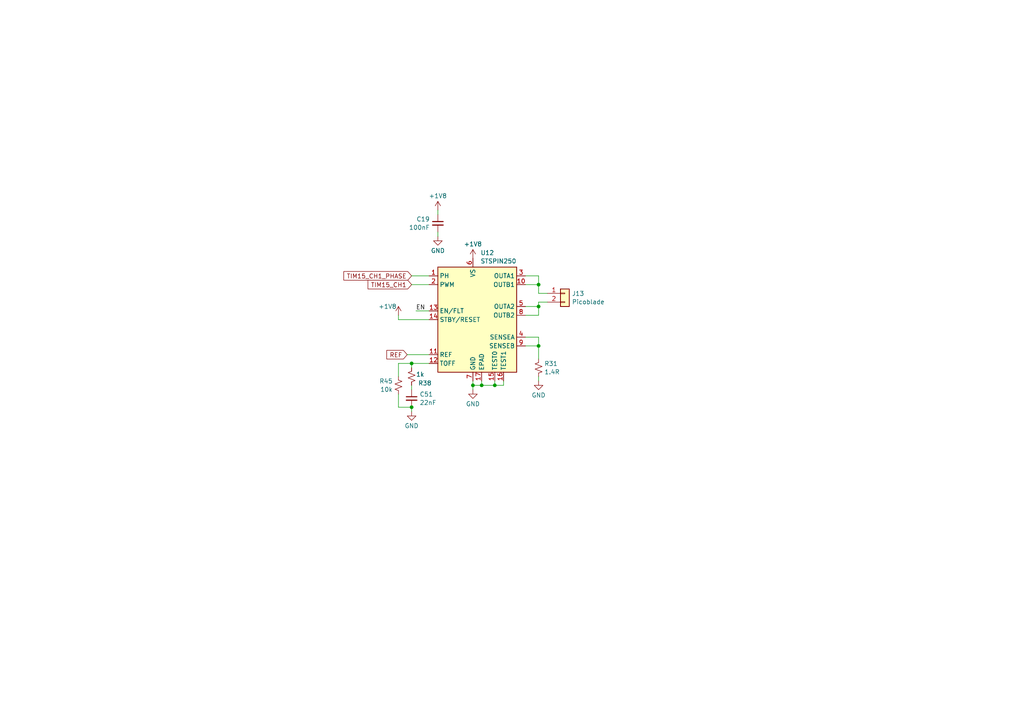
<source format=kicad_sch>
(kicad_sch (version 20230121) (generator eeschema)

  (uuid d3ae3c29-a710-4f7b-94c4-9f99cb159c5b)

  (paper "A4")

  (lib_symbols
    (symbol "Connector_Generic:Conn_01x02" (pin_names (offset 1.016) hide) (in_bom yes) (on_board yes)
      (property "Reference" "J" (at 0 2.54 0)
        (effects (font (size 1.27 1.27)))
      )
      (property "Value" "Conn_01x02" (at 0 -5.08 0)
        (effects (font (size 1.27 1.27)))
      )
      (property "Footprint" "" (at 0 0 0)
        (effects (font (size 1.27 1.27)) hide)
      )
      (property "Datasheet" "~" (at 0 0 0)
        (effects (font (size 1.27 1.27)) hide)
      )
      (property "ki_keywords" "connector" (at 0 0 0)
        (effects (font (size 1.27 1.27)) hide)
      )
      (property "ki_description" "Generic connector, single row, 01x02, script generated (kicad-library-utils/schlib/autogen/connector/)" (at 0 0 0)
        (effects (font (size 1.27 1.27)) hide)
      )
      (property "ki_fp_filters" "Connector*:*_1x??_*" (at 0 0 0)
        (effects (font (size 1.27 1.27)) hide)
      )
      (symbol "Conn_01x02_1_1"
        (rectangle (start -1.27 -2.413) (end 0 -2.667)
          (stroke (width 0.1524) (type default))
          (fill (type none))
        )
        (rectangle (start -1.27 0.127) (end 0 -0.127)
          (stroke (width 0.1524) (type default))
          (fill (type none))
        )
        (rectangle (start -1.27 1.27) (end 1.27 -3.81)
          (stroke (width 0.254) (type default))
          (fill (type background))
        )
        (pin passive line (at -5.08 0 0) (length 3.81)
          (name "Pin_1" (effects (font (size 1.27 1.27))))
          (number "1" (effects (font (size 1.27 1.27))))
        )
        (pin passive line (at -5.08 -2.54 0) (length 3.81)
          (name "Pin_2" (effects (font (size 1.27 1.27))))
          (number "2" (effects (font (size 1.27 1.27))))
        )
      )
    )
    (symbol "Device:C_Small" (pin_numbers hide) (pin_names (offset 0.254) hide) (in_bom yes) (on_board yes)
      (property "Reference" "C" (at 0.254 1.778 0)
        (effects (font (size 1.27 1.27)) (justify left))
      )
      (property "Value" "C_Small" (at 0.254 -2.032 0)
        (effects (font (size 1.27 1.27)) (justify left))
      )
      (property "Footprint" "" (at 0 0 0)
        (effects (font (size 1.27 1.27)) hide)
      )
      (property "Datasheet" "~" (at 0 0 0)
        (effects (font (size 1.27 1.27)) hide)
      )
      (property "ki_keywords" "capacitor cap" (at 0 0 0)
        (effects (font (size 1.27 1.27)) hide)
      )
      (property "ki_description" "Unpolarized capacitor, small symbol" (at 0 0 0)
        (effects (font (size 1.27 1.27)) hide)
      )
      (property "ki_fp_filters" "C_*" (at 0 0 0)
        (effects (font (size 1.27 1.27)) hide)
      )
      (symbol "C_Small_0_1"
        (polyline
          (pts
            (xy -1.524 -0.508)
            (xy 1.524 -0.508)
          )
          (stroke (width 0.3302) (type default))
          (fill (type none))
        )
        (polyline
          (pts
            (xy -1.524 0.508)
            (xy 1.524 0.508)
          )
          (stroke (width 0.3048) (type default))
          (fill (type none))
        )
      )
      (symbol "C_Small_1_1"
        (pin passive line (at 0 2.54 270) (length 2.032)
          (name "~" (effects (font (size 1.27 1.27))))
          (number "1" (effects (font (size 1.27 1.27))))
        )
        (pin passive line (at 0 -2.54 90) (length 2.032)
          (name "~" (effects (font (size 1.27 1.27))))
          (number "2" (effects (font (size 1.27 1.27))))
        )
      )
    )
    (symbol "Device:R_Small_US" (pin_numbers hide) (pin_names (offset 0.254) hide) (in_bom yes) (on_board yes)
      (property "Reference" "R" (at 0.762 0.508 0)
        (effects (font (size 1.27 1.27)) (justify left))
      )
      (property "Value" "R_Small_US" (at 0.762 -1.016 0)
        (effects (font (size 1.27 1.27)) (justify left))
      )
      (property "Footprint" "" (at 0 0 0)
        (effects (font (size 1.27 1.27)) hide)
      )
      (property "Datasheet" "~" (at 0 0 0)
        (effects (font (size 1.27 1.27)) hide)
      )
      (property "ki_keywords" "r resistor" (at 0 0 0)
        (effects (font (size 1.27 1.27)) hide)
      )
      (property "ki_description" "Resistor, small US symbol" (at 0 0 0)
        (effects (font (size 1.27 1.27)) hide)
      )
      (property "ki_fp_filters" "R_*" (at 0 0 0)
        (effects (font (size 1.27 1.27)) hide)
      )
      (symbol "R_Small_US_1_1"
        (polyline
          (pts
            (xy 0 0)
            (xy 1.016 -0.381)
            (xy 0 -0.762)
            (xy -1.016 -1.143)
            (xy 0 -1.524)
          )
          (stroke (width 0) (type default))
          (fill (type none))
        )
        (polyline
          (pts
            (xy 0 1.524)
            (xy 1.016 1.143)
            (xy 0 0.762)
            (xy -1.016 0.381)
            (xy 0 0)
          )
          (stroke (width 0) (type default))
          (fill (type none))
        )
        (pin passive line (at 0 2.54 270) (length 1.016)
          (name "~" (effects (font (size 1.27 1.27))))
          (number "1" (effects (font (size 1.27 1.27))))
        )
        (pin passive line (at 0 -2.54 90) (length 1.016)
          (name "~" (effects (font (size 1.27 1.27))))
          (number "2" (effects (font (size 1.27 1.27))))
        )
      )
    )
    (symbol "components_2:STSPIN250" (in_bom yes) (on_board yes)
      (property "Reference" "U" (at 6.35 21.59 0)
        (effects (font (size 1.27 1.27)))
      )
      (property "Value" "STSPIN250" (at 11.43 19.05 0)
        (effects (font (size 1.27 1.27)))
      )
      (property "Footprint" "" (at 0 24.13 0)
        (effects (font (size 1.27 1.27)) hide)
      )
      (property "Datasheet" "" (at 0 24.13 0)
        (effects (font (size 1.27 1.27)) hide)
      )
      (symbol "STSPIN250_0_1"
        (rectangle (start -10.16 15.24) (end 12.7 -15.24)
          (stroke (width 0.254) (type default))
          (fill (type background))
        )
      )
      (symbol "STSPIN250_1_1"
        (pin input line (at -12.7 12.7 0) (length 2.54)
          (name "PH" (effects (font (size 1.27 1.27))))
          (number "1" (effects (font (size 1.27 1.27))))
        )
        (pin power_out line (at 15.24 10.16 180) (length 2.54)
          (name "OUTB1" (effects (font (size 1.27 1.27))))
          (number "10" (effects (font (size 1.27 1.27))))
        )
        (pin input line (at -12.7 -10.16 0) (length 2.54)
          (name "REF" (effects (font (size 1.27 1.27))))
          (number "11" (effects (font (size 1.27 1.27))))
        )
        (pin input line (at -12.7 -12.7 0) (length 2.54)
          (name "TOFF" (effects (font (size 1.27 1.27))))
          (number "12" (effects (font (size 1.27 1.27))))
        )
        (pin bidirectional line (at -12.7 2.54 0) (length 2.54)
          (name "EN/FLT" (effects (font (size 1.27 1.27))))
          (number "13" (effects (font (size 1.27 1.27))))
        )
        (pin input line (at -12.7 0 0) (length 2.54)
          (name "STBY/RESET" (effects (font (size 1.27 1.27))))
          (number "14" (effects (font (size 1.27 1.27))))
        )
        (pin input line (at 6.35 -17.78 90) (length 2.54)
          (name "TEST0" (effects (font (size 1.27 1.27))))
          (number "15" (effects (font (size 1.27 1.27))))
        )
        (pin input line (at 8.89 -17.78 90) (length 2.54)
          (name "TEST1" (effects (font (size 1.27 1.27))))
          (number "16" (effects (font (size 1.27 1.27))))
        )
        (pin power_in line (at 2.54 -17.78 90) (length 2.54)
          (name "EPAD" (effects (font (size 1.27 1.27))))
          (number "17" (effects (font (size 1.27 1.27))))
        )
        (pin input line (at -12.7 10.16 0) (length 2.54)
          (name "PWM" (effects (font (size 1.27 1.27))))
          (number "2" (effects (font (size 1.27 1.27))))
        )
        (pin power_out line (at 15.24 12.7 180) (length 2.54)
          (name "OUTA1" (effects (font (size 1.27 1.27))))
          (number "3" (effects (font (size 1.27 1.27))))
        )
        (pin power_out line (at 15.24 -5.08 180) (length 2.54)
          (name "SENSEA" (effects (font (size 1.27 1.27))))
          (number "4" (effects (font (size 1.27 1.27))))
        )
        (pin power_out line (at 15.24 3.81 180) (length 2.54)
          (name "OUTA2" (effects (font (size 1.27 1.27))))
          (number "5" (effects (font (size 1.27 1.27))))
        )
        (pin power_in line (at 0 17.78 270) (length 2.54)
          (name "VS" (effects (font (size 1.27 1.27))))
          (number "6" (effects (font (size 1.27 1.27))))
        )
        (pin power_in line (at 0 -17.78 90) (length 2.54)
          (name "GND" (effects (font (size 1.27 1.27))))
          (number "7" (effects (font (size 1.27 1.27))))
        )
        (pin power_out line (at 15.24 1.27 180) (length 2.54)
          (name "OUTB2" (effects (font (size 1.27 1.27))))
          (number "8" (effects (font (size 1.27 1.27))))
        )
        (pin power_out line (at 15.24 -7.62 180) (length 2.54)
          (name "SENSEB" (effects (font (size 1.27 1.27))))
          (number "9" (effects (font (size 1.27 1.27))))
        )
      )
    )
    (symbol "power:+1V8" (power) (pin_names (offset 0)) (in_bom yes) (on_board yes)
      (property "Reference" "#PWR" (at 0 -3.81 0)
        (effects (font (size 1.27 1.27)) hide)
      )
      (property "Value" "+1V8" (at 0 3.556 0)
        (effects (font (size 1.27 1.27)))
      )
      (property "Footprint" "" (at 0 0 0)
        (effects (font (size 1.27 1.27)) hide)
      )
      (property "Datasheet" "" (at 0 0 0)
        (effects (font (size 1.27 1.27)) hide)
      )
      (property "ki_keywords" "global power" (at 0 0 0)
        (effects (font (size 1.27 1.27)) hide)
      )
      (property "ki_description" "Power symbol creates a global label with name \"+1V8\"" (at 0 0 0)
        (effects (font (size 1.27 1.27)) hide)
      )
      (symbol "+1V8_0_1"
        (polyline
          (pts
            (xy -0.762 1.27)
            (xy 0 2.54)
          )
          (stroke (width 0) (type default))
          (fill (type none))
        )
        (polyline
          (pts
            (xy 0 0)
            (xy 0 2.54)
          )
          (stroke (width 0) (type default))
          (fill (type none))
        )
        (polyline
          (pts
            (xy 0 2.54)
            (xy 0.762 1.27)
          )
          (stroke (width 0) (type default))
          (fill (type none))
        )
      )
      (symbol "+1V8_1_1"
        (pin power_in line (at 0 0 90) (length 0) hide
          (name "+1V8" (effects (font (size 1.27 1.27))))
          (number "1" (effects (font (size 1.27 1.27))))
        )
      )
    )
    (symbol "power:GND" (power) (pin_names (offset 0)) (in_bom yes) (on_board yes)
      (property "Reference" "#PWR" (at 0 -6.35 0)
        (effects (font (size 1.27 1.27)) hide)
      )
      (property "Value" "GND" (at 0 -3.81 0)
        (effects (font (size 1.27 1.27)))
      )
      (property "Footprint" "" (at 0 0 0)
        (effects (font (size 1.27 1.27)) hide)
      )
      (property "Datasheet" "" (at 0 0 0)
        (effects (font (size 1.27 1.27)) hide)
      )
      (property "ki_keywords" "global power" (at 0 0 0)
        (effects (font (size 1.27 1.27)) hide)
      )
      (property "ki_description" "Power symbol creates a global label with name \"GND\" , ground" (at 0 0 0)
        (effects (font (size 1.27 1.27)) hide)
      )
      (symbol "GND_0_1"
        (polyline
          (pts
            (xy 0 0)
            (xy 0 -1.27)
            (xy 1.27 -1.27)
            (xy 0 -2.54)
            (xy -1.27 -1.27)
            (xy 0 -1.27)
          )
          (stroke (width 0) (type default))
          (fill (type none))
        )
      )
      (symbol "GND_1_1"
        (pin power_in line (at 0 0 270) (length 0) hide
          (name "GND" (effects (font (size 1.27 1.27))))
          (number "1" (effects (font (size 1.27 1.27))))
        )
      )
    )
  )

  (junction (at 156.21 88.9) (diameter 0) (color 0 0 0 0)
    (uuid 434cb4db-e008-497a-ac75-29356549856d)
  )
  (junction (at 156.21 82.55) (diameter 0) (color 0 0 0 0)
    (uuid 73c65292-b353-4b6d-8478-edeff7afb8c7)
  )
  (junction (at 119.38 118.11) (diameter 0) (color 0 0 0 0)
    (uuid 94b6b8c9-8047-4795-9a9c-fb7cd95c839f)
  )
  (junction (at 156.21 100.33) (diameter 0) (color 0 0 0 0)
    (uuid a7a6fb4e-42d6-42a7-bbf0-d6c88e0348fa)
  )
  (junction (at 143.51 111.76) (diameter 0) (color 0 0 0 0)
    (uuid b3b1cf1f-3840-4d7e-9047-79997c3d87d6)
  )
  (junction (at 137.16 111.76) (diameter 0) (color 0 0 0 0)
    (uuid cbccabf5-514d-4f33-a5e2-8afd2e5196d0)
  )
  (junction (at 119.38 105.41) (diameter 0) (color 0 0 0 0)
    (uuid e8e8b19e-38ee-46f6-abe7-2eb9415a0c45)
  )
  (junction (at 139.7 111.76) (diameter 0) (color 0 0 0 0)
    (uuid ef668624-f822-4384-8bde-da48dda47b2b)
  )

  (wire (pts (xy 158.75 87.63) (xy 156.21 87.63))
    (stroke (width 0) (type default))
    (uuid 03cd1acd-860c-41b6-a0cf-6e5051d36e0a)
  )
  (wire (pts (xy 119.38 82.55) (xy 124.46 82.55))
    (stroke (width 0) (type default))
    (uuid 0596fbc4-2b03-4cbf-8386-dfb1ba7e7ac8)
  )
  (wire (pts (xy 119.38 119.38) (xy 119.38 118.11))
    (stroke (width 0) (type default))
    (uuid 0b449ecc-9c82-4820-8698-d2d4d1a6b484)
  )
  (wire (pts (xy 152.4 91.44) (xy 156.21 91.44))
    (stroke (width 0) (type default))
    (uuid 0eadbab4-a729-4a40-b7f8-df60fec4a64f)
  )
  (wire (pts (xy 115.57 92.71) (xy 124.46 92.71))
    (stroke (width 0) (type default))
    (uuid 0f466d35-9b0b-4ceb-b8cd-ea19adb3e898)
  )
  (wire (pts (xy 143.51 111.76) (xy 143.51 110.49))
    (stroke (width 0) (type default))
    (uuid 19da91f9-6a5f-48be-9fcf-aa2467619f8e)
  )
  (wire (pts (xy 156.21 100.33) (xy 156.21 104.14))
    (stroke (width 0) (type default))
    (uuid 1b9f4e11-f494-4182-b389-bc772a267783)
  )
  (wire (pts (xy 115.57 105.41) (xy 119.38 105.41))
    (stroke (width 0) (type default))
    (uuid 20724527-7776-4670-b0cc-9f7d650e952e)
  )
  (wire (pts (xy 156.21 97.79) (xy 156.21 100.33))
    (stroke (width 0) (type default))
    (uuid 23522f3e-82c7-4660-bf36-698bed9ff747)
  )
  (wire (pts (xy 115.57 105.41) (xy 115.57 109.22))
    (stroke (width 0) (type default))
    (uuid 266f7f8c-85f0-4bfc-ac14-3e43d1278dbb)
  )
  (wire (pts (xy 118.11 102.87) (xy 124.46 102.87))
    (stroke (width 0) (type default))
    (uuid 281cc014-5e66-4632-bf75-9540f4ceba37)
  )
  (wire (pts (xy 139.7 111.76) (xy 143.51 111.76))
    (stroke (width 0) (type default))
    (uuid 2c7a6d3a-27d4-47e9-a4c8-a2f54c3346dd)
  )
  (wire (pts (xy 115.57 91.44) (xy 115.57 92.71))
    (stroke (width 0) (type default))
    (uuid 2e373b68-696b-43be-8c67-9f63ce48e298)
  )
  (wire (pts (xy 119.38 111.76) (xy 119.38 113.03))
    (stroke (width 0) (type default))
    (uuid 2e7aa4f7-2f59-45c0-9c9e-df1fa5d386ac)
  )
  (wire (pts (xy 156.21 88.9) (xy 156.21 91.44))
    (stroke (width 0) (type default))
    (uuid 445ea813-6607-4352-8695-0473fe659a8a)
  )
  (wire (pts (xy 137.16 111.76) (xy 137.16 113.03))
    (stroke (width 0) (type default))
    (uuid 45a19862-9131-4617-be6d-7f257a3c5054)
  )
  (wire (pts (xy 139.7 111.76) (xy 139.7 110.49))
    (stroke (width 0) (type default))
    (uuid 487c0dd1-8201-4f33-b8f2-393144b038f8)
  )
  (wire (pts (xy 146.05 111.76) (xy 146.05 110.49))
    (stroke (width 0) (type default))
    (uuid 4ce01599-ccbc-4594-b42d-d099858787a8)
  )
  (wire (pts (xy 137.16 110.49) (xy 137.16 111.76))
    (stroke (width 0) (type default))
    (uuid 603a7429-cd78-4607-ab5d-caf3dfa7385e)
  )
  (wire (pts (xy 156.21 85.09) (xy 158.75 85.09))
    (stroke (width 0) (type default))
    (uuid 6d3e1bae-fd32-4e05-b28b-78396ec183c2)
  )
  (wire (pts (xy 127 67.31) (xy 127 68.58))
    (stroke (width 0) (type default))
    (uuid 78851fe2-9688-4dbc-9a81-e27ce981c1f3)
  )
  (wire (pts (xy 156.21 82.55) (xy 156.21 85.09))
    (stroke (width 0) (type default))
    (uuid 815d45b0-8540-4fa8-8a69-4ab3476e3638)
  )
  (wire (pts (xy 152.4 82.55) (xy 156.21 82.55))
    (stroke (width 0) (type default))
    (uuid 911ea3c5-c522-48e4-b8b7-ffe02eb55a93)
  )
  (wire (pts (xy 143.51 111.76) (xy 146.05 111.76))
    (stroke (width 0) (type default))
    (uuid 91d6b792-46f7-47f9-91e4-44f1397bc96d)
  )
  (wire (pts (xy 152.4 97.79) (xy 156.21 97.79))
    (stroke (width 0) (type default))
    (uuid a13d80eb-dd9f-4a70-b224-482e1c96e3df)
  )
  (wire (pts (xy 156.21 88.9) (xy 152.4 88.9))
    (stroke (width 0) (type default))
    (uuid a660deba-e634-41a5-9be9-1acdd54ca362)
  )
  (wire (pts (xy 152.4 100.33) (xy 156.21 100.33))
    (stroke (width 0) (type default))
    (uuid b7184f51-76fc-4818-af53-3af825e81bd1)
  )
  (wire (pts (xy 115.57 118.11) (xy 119.38 118.11))
    (stroke (width 0) (type default))
    (uuid c318da2f-fddf-4636-993e-5bc7cca1beac)
  )
  (wire (pts (xy 119.38 80.01) (xy 124.46 80.01))
    (stroke (width 0) (type default))
    (uuid d5ee9de2-a07f-412a-9b19-3190a6b71da9)
  )
  (wire (pts (xy 156.21 80.01) (xy 156.21 82.55))
    (stroke (width 0) (type default))
    (uuid df2ba190-63ee-43e9-80ec-603bc7b1877f)
  )
  (wire (pts (xy 137.16 111.76) (xy 139.7 111.76))
    (stroke (width 0) (type default))
    (uuid e3059f48-6eba-4772-a1e5-7160201bb03c)
  )
  (wire (pts (xy 120.65 90.17) (xy 124.46 90.17))
    (stroke (width 0) (type default))
    (uuid e9a31b84-fa76-47dc-b181-4530f0359c14)
  )
  (wire (pts (xy 156.21 109.22) (xy 156.21 110.49))
    (stroke (width 0) (type default))
    (uuid eb020714-22ff-400a-b95c-78631cd48784)
  )
  (wire (pts (xy 119.38 105.41) (xy 119.38 106.68))
    (stroke (width 0) (type default))
    (uuid f1eb8655-58c5-4a22-8f79-c4cc1f1bf9d1)
  )
  (wire (pts (xy 127 60.96) (xy 127 62.23))
    (stroke (width 0) (type default))
    (uuid f720122c-4380-418b-9614-9675d2e484e4)
  )
  (wire (pts (xy 115.57 114.3) (xy 115.57 118.11))
    (stroke (width 0) (type default))
    (uuid f7316a7e-2476-4819-8fb7-96fb7a77e1e5)
  )
  (wire (pts (xy 119.38 105.41) (xy 124.46 105.41))
    (stroke (width 0) (type default))
    (uuid f7a28afd-0294-4a52-a35d-87b0cb052b0f)
  )
  (wire (pts (xy 156.21 87.63) (xy 156.21 88.9))
    (stroke (width 0) (type default))
    (uuid fd07932c-b6c9-4dc1-bdde-48111e3bddea)
  )
  (wire (pts (xy 152.4 80.01) (xy 156.21 80.01))
    (stroke (width 0) (type default))
    (uuid fd3999ed-52e0-460b-b2ea-b4287d468792)
  )

  (label "EN" (at 120.65 90.17 0) (fields_autoplaced)
    (effects (font (size 1.27 1.27)) (justify left bottom))
    (uuid cc3ae181-a2dc-4730-89a8-d239b9afe088)
  )

  (global_label "TIM15_CH1_PHASE" (shape input) (at 119.38 80.01 180) (fields_autoplaced)
    (effects (font (size 1.27 1.27)) (justify right))
    (uuid 42322caf-0138-481b-a4fb-b3453c4845bd)
    (property "Intersheetrefs" "${INTERSHEET_REFS}" (at 99.1592 80.01 0)
      (effects (font (size 1.27 1.27)) (justify right) hide)
    )
  )
  (global_label "REF" (shape input) (at 118.11 102.87 180) (fields_autoplaced)
    (effects (font (size 1.27 1.27)) (justify right))
    (uuid 4fb2f643-851a-423c-81fb-3c215679d578)
    (property "Intersheetrefs" "${INTERSHEET_REFS}" (at 111.6172 102.87 0)
      (effects (font (size 1.27 1.27)) (justify right) hide)
    )
  )
  (global_label "TIM15_CH1" (shape input) (at 119.38 82.55 180) (fields_autoplaced)
    (effects (font (size 1.27 1.27)) (justify right))
    (uuid de8a0117-a957-4220-92fd-928114847389)
    (property "Intersheetrefs" "${INTERSHEET_REFS}" (at 106.1744 82.55 0)
      (effects (font (size 1.27 1.27)) (justify right) hide)
    )
  )

  (symbol (lib_id "components_2:STSPIN250") (at 137.16 92.71 0) (unit 1)
    (in_bom yes) (on_board yes) (dnp no) (fields_autoplaced)
    (uuid 19eeca92-6ca8-4a31-b672-8fde65669788)
    (property "Reference" "U12" (at 139.3541 73.3257 0)
      (effects (font (size 1.27 1.27)) (justify left))
    )
    (property "Value" "STSPIN250" (at 139.3541 75.7499 0)
      (effects (font (size 1.27 1.27)) (justify left))
    )
    (property "Footprint" "Ultra_librarian:VFQFPN16_STSPIN_STM" (at 137.16 68.58 0)
      (effects (font (size 1.27 1.27)) hide)
    )
    (property "Datasheet" "" (at 137.16 68.58 0)
      (effects (font (size 1.27 1.27)) hide)
    )
    (property "LCSC" "C155561" (at 137.16 92.71 0)
      (effects (font (size 1.27 1.27)) hide)
    )
    (pin "1" (uuid e46c6c14-ad89-41e7-8adc-19629b9363a5))
    (pin "10" (uuid 97811da0-6c20-4a56-8acc-ede948d652a4))
    (pin "11" (uuid 6cd8da83-5e41-42b5-9795-1502d753ce59))
    (pin "12" (uuid 5072d2bc-849c-45b0-86a6-f246efd8c396))
    (pin "13" (uuid 4e2c5edb-598c-4673-981e-bcf1a29386c7))
    (pin "14" (uuid ed236e16-818c-40c0-8947-e853eeccb1af))
    (pin "15" (uuid 027bc0af-25d8-4ee4-b50a-e4daa7fb83c4))
    (pin "16" (uuid 1f78152d-2d05-4851-8d13-4c6d33a2c056))
    (pin "17" (uuid 2a41c778-4014-4d8b-a467-265f45364098))
    (pin "2" (uuid d0ed151e-5bd0-4e9e-9f18-83566a9c2c95))
    (pin "3" (uuid e5cded07-f179-4277-acae-df617063fae1))
    (pin "4" (uuid 7dcbdaa4-9ce3-441b-bc2b-1453d2e23489))
    (pin "5" (uuid 73c7dc44-4717-45ba-9c72-8d83ddba3050))
    (pin "6" (uuid b625d927-c8b1-4d35-b443-f77956de00b2))
    (pin "7" (uuid fac90f5f-7773-4d00-a29d-cf122037bab4))
    (pin "8" (uuid a5d3c886-c924-40c6-89f2-10d7a9adb180))
    (pin "9" (uuid 917c6d82-403f-49be-8bb7-e6186ace1d0d))
    (instances
      (project "KASM_PCB_REV1"
        (path "/bcd76057-59fd-41c5-bb52-9bafb2ef74e0/04e958db-aa3d-41e7-905b-1283accbf3a5"
          (reference "U12") (unit 1)
        )
        (path "/bcd76057-59fd-41c5-bb52-9bafb2ef74e0/04e958db-aa3d-41e7-905b-1283accbf3a5/18dc00ae-3159-4780-b672-12977f79e5ac"
          (reference "U5") (unit 1)
        )
        (path "/bcd76057-59fd-41c5-bb52-9bafb2ef74e0/04e958db-aa3d-41e7-905b-1283accbf3a5/0e4a8bf2-0dd0-4daf-93f5-21aaab6e9079"
          (reference "U12") (unit 1)
        )
        (path "/bcd76057-59fd-41c5-bb52-9bafb2ef74e0/04e958db-aa3d-41e7-905b-1283accbf3a5/fa3e3175-0ec2-4c23-918b-18b69f6d22c9"
          (reference "U7") (unit 1)
        )
        (path "/bcd76057-59fd-41c5-bb52-9bafb2ef74e0/04e958db-aa3d-41e7-905b-1283accbf3a5/5eb57887-e81e-4477-9dd7-7aacc0de0d0b"
          (reference "U34") (unit 1)
        )
        (path "/bcd76057-59fd-41c5-bb52-9bafb2ef74e0/04e958db-aa3d-41e7-905b-1283accbf3a5/e0928f68-e618-4bed-a90d-d4217e4537fe"
          (reference "U35") (unit 1)
        )
        (path "/bcd76057-59fd-41c5-bb52-9bafb2ef74e0/04e958db-aa3d-41e7-905b-1283accbf3a5/035548b8-a31f-4ce4-88ad-eb25e49c8086"
          (reference "U36") (unit 1)
        )
        (path "/bcd76057-59fd-41c5-bb52-9bafb2ef74e0/04e958db-aa3d-41e7-905b-1283accbf3a5/ea7abcee-3bcc-4e0d-ba1f-bfc5afeaff56"
          (reference "U37") (unit 1)
        )
        (path "/bcd76057-59fd-41c5-bb52-9bafb2ef74e0/04e958db-aa3d-41e7-905b-1283accbf3a5/d43b2610-0e88-49f5-accf-91021c3a3747"
          (reference "U38") (unit 1)
        )
        (path "/bcd76057-59fd-41c5-bb52-9bafb2ef74e0/04e958db-aa3d-41e7-905b-1283accbf3a5/183aa310-3222-4137-baac-257f5699b820"
          (reference "U39") (unit 1)
        )
        (path "/bcd76057-59fd-41c5-bb52-9bafb2ef74e0/04e958db-aa3d-41e7-905b-1283accbf3a5/517c7ed0-094c-4bf8-893e-b74da427973a"
          (reference "U40") (unit 1)
        )
        (path "/bcd76057-59fd-41c5-bb52-9bafb2ef74e0/04e958db-aa3d-41e7-905b-1283accbf3a5/31bee4a8-b94d-44ab-a7b7-0e5ab7943934"
          (reference "U41") (unit 1)
        )
        (path "/bcd76057-59fd-41c5-bb52-9bafb2ef74e0/04e958db-aa3d-41e7-905b-1283accbf3a5/3c7f0f67-84e4-46e0-ae69-a3c8008fc518"
          (reference "U42") (unit 1)
        )
        (path "/bcd76057-59fd-41c5-bb52-9bafb2ef74e0/04e958db-aa3d-41e7-905b-1283accbf3a5/09624144-9abc-4214-b8b3-19be92fa01bb"
          (reference "U43") (unit 1)
        )
        (path "/bcd76057-59fd-41c5-bb52-9bafb2ef74e0/04e958db-aa3d-41e7-905b-1283accbf3a5/debcf873-ffd9-4218-a838-354e10f40114"
          (reference "U44") (unit 1)
        )
        (path "/bcd76057-59fd-41c5-bb52-9bafb2ef74e0/04e958db-aa3d-41e7-905b-1283accbf3a5/f3d20732-cdac-44e3-a331-3cd31b97ff57"
          (reference "U45") (unit 1)
        )
        (path "/bcd76057-59fd-41c5-bb52-9bafb2ef74e0/04e958db-aa3d-41e7-905b-1283accbf3a5/d282b751-7721-4014-b2b7-469980c2fd3d"
          (reference "U46") (unit 1)
        )
        (path "/bcd76057-59fd-41c5-bb52-9bafb2ef74e0/04e958db-aa3d-41e7-905b-1283accbf3a5/2f342150-1aa1-4808-811e-c8652a7360ed"
          (reference "U47") (unit 1)
        )
        (path "/bcd76057-59fd-41c5-bb52-9bafb2ef74e0/04e958db-aa3d-41e7-905b-1283accbf3a5/880b3b36-85e8-4c3c-aa09-491ac2842d9f"
          (reference "U48") (unit 1)
        )
        (path "/bcd76057-59fd-41c5-bb52-9bafb2ef74e0/04e958db-aa3d-41e7-905b-1283accbf3a5/a00a6dc6-5da7-4e1f-b4ec-6af8efc204f4"
          (reference "U49") (unit 1)
        )
        (path "/bcd76057-59fd-41c5-bb52-9bafb2ef74e0/04e958db-aa3d-41e7-905b-1283accbf3a5/fb97f32a-344e-42d0-80a3-2f30f649c95b"
          (reference "U50") (unit 1)
        )
        (path "/bcd76057-59fd-41c5-bb52-9bafb2ef74e0/04e958db-aa3d-41e7-905b-1283accbf3a5/758d2951-640e-4c88-be12-1a100eb086a5"
          (reference "U51") (unit 1)
        )
        (path "/bcd76057-59fd-41c5-bb52-9bafb2ef74e0/04e958db-aa3d-41e7-905b-1283accbf3a5/1e6d7f69-4122-453e-9254-d2339f5150d7"
          (reference "U52") (unit 1)
        )
        (path "/bcd76057-59fd-41c5-bb52-9bafb2ef74e0/04e958db-aa3d-41e7-905b-1283accbf3a5/cc8e9e82-b38f-4c96-81d0-3ca8ac77f771"
          (reference "U53") (unit 1)
        )
        (path "/bcd76057-59fd-41c5-bb52-9bafb2ef74e0/04e958db-aa3d-41e7-905b-1283accbf3a5/b1894ed9-6a63-4439-a2e8-1827c3e49ee7"
          (reference "U54") (unit 1)
        )
        (path "/bcd76057-59fd-41c5-bb52-9bafb2ef74e0/04e958db-aa3d-41e7-905b-1283accbf3a5/80cd4e08-0efe-488f-8e92-54beb1b4d1f2"
          (reference "U56") (unit 1)
        )
        (path "/bcd76057-59fd-41c5-bb52-9bafb2ef74e0/04e958db-aa3d-41e7-905b-1283accbf3a5/317da025-5f62-4c93-8d06-7954e608af1c"
          (reference "U57") (unit 1)
        )
        (path "/bcd76057-59fd-41c5-bb52-9bafb2ef74e0/04e958db-aa3d-41e7-905b-1283accbf3a5/a49d49c7-da1f-4137-a620-bdc9f58595d1"
          (reference "U55") (unit 1)
        )
      )
    )
  )

  (symbol (lib_id "power:GND") (at 119.38 119.38 0) (unit 1)
    (in_bom yes) (on_board yes) (dnp no)
    (uuid 1b560aea-f1d1-4242-9055-9226e0b1f112)
    (property "Reference" "#PWR0113" (at 119.38 125.73 0)
      (effects (font (size 1.27 1.27)) hide)
    )
    (property "Value" "GND" (at 119.38 123.5131 0)
      (effects (font (size 1.27 1.27)))
    )
    (property "Footprint" "" (at 119.38 119.38 0)
      (effects (font (size 1.27 1.27)) hide)
    )
    (property "Datasheet" "" (at 119.38 119.38 0)
      (effects (font (size 1.27 1.27)) hide)
    )
    (pin "1" (uuid 4637a27a-c5c6-4311-b6dc-3fecae4bd51a))
    (instances
      (project "KASM_PCB_REV1"
        (path "/bcd76057-59fd-41c5-bb52-9bafb2ef74e0/04e958db-aa3d-41e7-905b-1283accbf3a5"
          (reference "#PWR0113") (unit 1)
        )
        (path "/bcd76057-59fd-41c5-bb52-9bafb2ef74e0/04e958db-aa3d-41e7-905b-1283accbf3a5/18dc00ae-3159-4780-b672-12977f79e5ac"
          (reference "#PWR0106") (unit 1)
        )
        (path "/bcd76057-59fd-41c5-bb52-9bafb2ef74e0/04e958db-aa3d-41e7-905b-1283accbf3a5/0e4a8bf2-0dd0-4daf-93f5-21aaab6e9079"
          (reference "#PWR0262") (unit 1)
        )
        (path "/bcd76057-59fd-41c5-bb52-9bafb2ef74e0/04e958db-aa3d-41e7-905b-1283accbf3a5/fa3e3175-0ec2-4c23-918b-18b69f6d22c9"
          (reference "#PWR0108") (unit 1)
        )
        (path "/bcd76057-59fd-41c5-bb52-9bafb2ef74e0/04e958db-aa3d-41e7-905b-1283accbf3a5/5eb57887-e81e-4477-9dd7-7aacc0de0d0b"
          (reference "#PWR0269") (unit 1)
        )
        (path "/bcd76057-59fd-41c5-bb52-9bafb2ef74e0/04e958db-aa3d-41e7-905b-1283accbf3a5/e0928f68-e618-4bed-a90d-d4217e4537fe"
          (reference "#PWR0276") (unit 1)
        )
        (path "/bcd76057-59fd-41c5-bb52-9bafb2ef74e0/04e958db-aa3d-41e7-905b-1283accbf3a5/035548b8-a31f-4ce4-88ad-eb25e49c8086"
          (reference "#PWR0283") (unit 1)
        )
        (path "/bcd76057-59fd-41c5-bb52-9bafb2ef74e0/04e958db-aa3d-41e7-905b-1283accbf3a5/ea7abcee-3bcc-4e0d-ba1f-bfc5afeaff56"
          (reference "#PWR0290") (unit 1)
        )
        (path "/bcd76057-59fd-41c5-bb52-9bafb2ef74e0/04e958db-aa3d-41e7-905b-1283accbf3a5/d43b2610-0e88-49f5-accf-91021c3a3747"
          (reference "#PWR0297") (unit 1)
        )
        (path "/bcd76057-59fd-41c5-bb52-9bafb2ef74e0/04e958db-aa3d-41e7-905b-1283accbf3a5/183aa310-3222-4137-baac-257f5699b820"
          (reference "#PWR0304") (unit 1)
        )
        (path "/bcd76057-59fd-41c5-bb52-9bafb2ef74e0/04e958db-aa3d-41e7-905b-1283accbf3a5/517c7ed0-094c-4bf8-893e-b74da427973a"
          (reference "#PWR0311") (unit 1)
        )
        (path "/bcd76057-59fd-41c5-bb52-9bafb2ef74e0/04e958db-aa3d-41e7-905b-1283accbf3a5/31bee4a8-b94d-44ab-a7b7-0e5ab7943934"
          (reference "#PWR0318") (unit 1)
        )
        (path "/bcd76057-59fd-41c5-bb52-9bafb2ef74e0/04e958db-aa3d-41e7-905b-1283accbf3a5/3c7f0f67-84e4-46e0-ae69-a3c8008fc518"
          (reference "#PWR0325") (unit 1)
        )
        (path "/bcd76057-59fd-41c5-bb52-9bafb2ef74e0/04e958db-aa3d-41e7-905b-1283accbf3a5/09624144-9abc-4214-b8b3-19be92fa01bb"
          (reference "#PWR0332") (unit 1)
        )
        (path "/bcd76057-59fd-41c5-bb52-9bafb2ef74e0/04e958db-aa3d-41e7-905b-1283accbf3a5/debcf873-ffd9-4218-a838-354e10f40114"
          (reference "#PWR0339") (unit 1)
        )
        (path "/bcd76057-59fd-41c5-bb52-9bafb2ef74e0/04e958db-aa3d-41e7-905b-1283accbf3a5/f3d20732-cdac-44e3-a331-3cd31b97ff57"
          (reference "#PWR0346") (unit 1)
        )
        (path "/bcd76057-59fd-41c5-bb52-9bafb2ef74e0/04e958db-aa3d-41e7-905b-1283accbf3a5/d282b751-7721-4014-b2b7-469980c2fd3d"
          (reference "#PWR0353") (unit 1)
        )
        (path "/bcd76057-59fd-41c5-bb52-9bafb2ef74e0/04e958db-aa3d-41e7-905b-1283accbf3a5/2f342150-1aa1-4808-811e-c8652a7360ed"
          (reference "#PWR0360") (unit 1)
        )
        (path "/bcd76057-59fd-41c5-bb52-9bafb2ef74e0/04e958db-aa3d-41e7-905b-1283accbf3a5/880b3b36-85e8-4c3c-aa09-491ac2842d9f"
          (reference "#PWR0367") (unit 1)
        )
        (path "/bcd76057-59fd-41c5-bb52-9bafb2ef74e0/04e958db-aa3d-41e7-905b-1283accbf3a5/a00a6dc6-5da7-4e1f-b4ec-6af8efc204f4"
          (reference "#PWR0374") (unit 1)
        )
        (path "/bcd76057-59fd-41c5-bb52-9bafb2ef74e0/04e958db-aa3d-41e7-905b-1283accbf3a5/fb97f32a-344e-42d0-80a3-2f30f649c95b"
          (reference "#PWR0381") (unit 1)
        )
        (path "/bcd76057-59fd-41c5-bb52-9bafb2ef74e0/04e958db-aa3d-41e7-905b-1283accbf3a5/758d2951-640e-4c88-be12-1a100eb086a5"
          (reference "#PWR0388") (unit 1)
        )
        (path "/bcd76057-59fd-41c5-bb52-9bafb2ef74e0/04e958db-aa3d-41e7-905b-1283accbf3a5/1e6d7f69-4122-453e-9254-d2339f5150d7"
          (reference "#PWR0395") (unit 1)
        )
        (path "/bcd76057-59fd-41c5-bb52-9bafb2ef74e0/04e958db-aa3d-41e7-905b-1283accbf3a5/cc8e9e82-b38f-4c96-81d0-3ca8ac77f771"
          (reference "#PWR0402") (unit 1)
        )
        (path "/bcd76057-59fd-41c5-bb52-9bafb2ef74e0/04e958db-aa3d-41e7-905b-1283accbf3a5/b1894ed9-6a63-4439-a2e8-1827c3e49ee7"
          (reference "#PWR0409") (unit 1)
        )
        (path "/bcd76057-59fd-41c5-bb52-9bafb2ef74e0/04e958db-aa3d-41e7-905b-1283accbf3a5/80cd4e08-0efe-488f-8e92-54beb1b4d1f2"
          (reference "#PWR0423") (unit 1)
        )
        (path "/bcd76057-59fd-41c5-bb52-9bafb2ef74e0/04e958db-aa3d-41e7-905b-1283accbf3a5/317da025-5f62-4c93-8d06-7954e608af1c"
          (reference "#PWR0430") (unit 1)
        )
        (path "/bcd76057-59fd-41c5-bb52-9bafb2ef74e0/04e958db-aa3d-41e7-905b-1283accbf3a5/a49d49c7-da1f-4137-a620-bdc9f58595d1"
          (reference "#PWR0416") (unit 1)
        )
      )
    )
  )

  (symbol (lib_id "Device:R_Small_US") (at 115.57 111.76 0) (unit 1)
    (in_bom yes) (on_board yes) (dnp no)
    (uuid 1c0f638b-f20f-4b2e-b1b4-83a656ba64a2)
    (property "Reference" "R45" (at 113.919 110.5479 0)
      (effects (font (size 1.27 1.27)) (justify right))
    )
    (property "Value" "10k" (at 113.919 112.9721 0)
      (effects (font (size 1.27 1.27)) (justify right))
    )
    (property "Footprint" "Resistor_SMD:R_0402_1005Metric" (at 115.57 111.76 0)
      (effects (font (size 1.27 1.27)) hide)
    )
    (property "Datasheet" "~" (at 115.57 111.76 0)
      (effects (font (size 1.27 1.27)) hide)
    )
    (property "LCSC" "C25744" (at 115.57 111.76 0)
      (effects (font (size 1.27 1.27)) hide)
    )
    (pin "1" (uuid 32b177db-daf9-4a6b-9c8f-4c4a6aa2c23e))
    (pin "2" (uuid 07fe93d4-1469-4ba6-a4b1-0eeff5425a0e))
    (instances
      (project "KASM_PCB_REV1"
        (path "/bcd76057-59fd-41c5-bb52-9bafb2ef74e0/04e958db-aa3d-41e7-905b-1283accbf3a5"
          (reference "R45") (unit 1)
        )
        (path "/bcd76057-59fd-41c5-bb52-9bafb2ef74e0/04e958db-aa3d-41e7-905b-1283accbf3a5/18dc00ae-3159-4780-b672-12977f79e5ac"
          (reference "R45") (unit 1)
        )
        (path "/bcd76057-59fd-41c5-bb52-9bafb2ef74e0/04e958db-aa3d-41e7-905b-1283accbf3a5/0e4a8bf2-0dd0-4daf-93f5-21aaab6e9079"
          (reference "R110") (unit 1)
        )
        (path "/bcd76057-59fd-41c5-bb52-9bafb2ef74e0/04e958db-aa3d-41e7-905b-1283accbf3a5/fa3e3175-0ec2-4c23-918b-18b69f6d22c9"
          (reference "R40") (unit 1)
        )
        (path "/bcd76057-59fd-41c5-bb52-9bafb2ef74e0/04e958db-aa3d-41e7-905b-1283accbf3a5/5eb57887-e81e-4477-9dd7-7aacc0de0d0b"
          (reference "R113") (unit 1)
        )
        (path "/bcd76057-59fd-41c5-bb52-9bafb2ef74e0/04e958db-aa3d-41e7-905b-1283accbf3a5/e0928f68-e618-4bed-a90d-d4217e4537fe"
          (reference "R116") (unit 1)
        )
        (path "/bcd76057-59fd-41c5-bb52-9bafb2ef74e0/04e958db-aa3d-41e7-905b-1283accbf3a5/035548b8-a31f-4ce4-88ad-eb25e49c8086"
          (reference "R119") (unit 1)
        )
        (path "/bcd76057-59fd-41c5-bb52-9bafb2ef74e0/04e958db-aa3d-41e7-905b-1283accbf3a5/ea7abcee-3bcc-4e0d-ba1f-bfc5afeaff56"
          (reference "R122") (unit 1)
        )
        (path "/bcd76057-59fd-41c5-bb52-9bafb2ef74e0/04e958db-aa3d-41e7-905b-1283accbf3a5/d43b2610-0e88-49f5-accf-91021c3a3747"
          (reference "R125") (unit 1)
        )
        (path "/bcd76057-59fd-41c5-bb52-9bafb2ef74e0/04e958db-aa3d-41e7-905b-1283accbf3a5/183aa310-3222-4137-baac-257f5699b820"
          (reference "R128") (unit 1)
        )
        (path "/bcd76057-59fd-41c5-bb52-9bafb2ef74e0/04e958db-aa3d-41e7-905b-1283accbf3a5/517c7ed0-094c-4bf8-893e-b74da427973a"
          (reference "R131") (unit 1)
        )
        (path "/bcd76057-59fd-41c5-bb52-9bafb2ef74e0/04e958db-aa3d-41e7-905b-1283accbf3a5/31bee4a8-b94d-44ab-a7b7-0e5ab7943934"
          (reference "R134") (unit 1)
        )
        (path "/bcd76057-59fd-41c5-bb52-9bafb2ef74e0/04e958db-aa3d-41e7-905b-1283accbf3a5/3c7f0f67-84e4-46e0-ae69-a3c8008fc518"
          (reference "R137") (unit 1)
        )
        (path "/bcd76057-59fd-41c5-bb52-9bafb2ef74e0/04e958db-aa3d-41e7-905b-1283accbf3a5/09624144-9abc-4214-b8b3-19be92fa01bb"
          (reference "R140") (unit 1)
        )
        (path "/bcd76057-59fd-41c5-bb52-9bafb2ef74e0/04e958db-aa3d-41e7-905b-1283accbf3a5/debcf873-ffd9-4218-a838-354e10f40114"
          (reference "R143") (unit 1)
        )
        (path "/bcd76057-59fd-41c5-bb52-9bafb2ef74e0/04e958db-aa3d-41e7-905b-1283accbf3a5/f3d20732-cdac-44e3-a331-3cd31b97ff57"
          (reference "R146") (unit 1)
        )
        (path "/bcd76057-59fd-41c5-bb52-9bafb2ef74e0/04e958db-aa3d-41e7-905b-1283accbf3a5/d282b751-7721-4014-b2b7-469980c2fd3d"
          (reference "R149") (unit 1)
        )
        (path "/bcd76057-59fd-41c5-bb52-9bafb2ef74e0/04e958db-aa3d-41e7-905b-1283accbf3a5/2f342150-1aa1-4808-811e-c8652a7360ed"
          (reference "R152") (unit 1)
        )
        (path "/bcd76057-59fd-41c5-bb52-9bafb2ef74e0/04e958db-aa3d-41e7-905b-1283accbf3a5/880b3b36-85e8-4c3c-aa09-491ac2842d9f"
          (reference "R155") (unit 1)
        )
        (path "/bcd76057-59fd-41c5-bb52-9bafb2ef74e0/04e958db-aa3d-41e7-905b-1283accbf3a5/a00a6dc6-5da7-4e1f-b4ec-6af8efc204f4"
          (reference "R158") (unit 1)
        )
        (path "/bcd76057-59fd-41c5-bb52-9bafb2ef74e0/04e958db-aa3d-41e7-905b-1283accbf3a5/fb97f32a-344e-42d0-80a3-2f30f649c95b"
          (reference "R161") (unit 1)
        )
        (path "/bcd76057-59fd-41c5-bb52-9bafb2ef74e0/04e958db-aa3d-41e7-905b-1283accbf3a5/758d2951-640e-4c88-be12-1a100eb086a5"
          (reference "R164") (unit 1)
        )
        (path "/bcd76057-59fd-41c5-bb52-9bafb2ef74e0/04e958db-aa3d-41e7-905b-1283accbf3a5/1e6d7f69-4122-453e-9254-d2339f5150d7"
          (reference "R167") (unit 1)
        )
        (path "/bcd76057-59fd-41c5-bb52-9bafb2ef74e0/04e958db-aa3d-41e7-905b-1283accbf3a5/cc8e9e82-b38f-4c96-81d0-3ca8ac77f771"
          (reference "R170") (unit 1)
        )
        (path "/bcd76057-59fd-41c5-bb52-9bafb2ef74e0/04e958db-aa3d-41e7-905b-1283accbf3a5/b1894ed9-6a63-4439-a2e8-1827c3e49ee7"
          (reference "R173") (unit 1)
        )
        (path "/bcd76057-59fd-41c5-bb52-9bafb2ef74e0/04e958db-aa3d-41e7-905b-1283accbf3a5/80cd4e08-0efe-488f-8e92-54beb1b4d1f2"
          (reference "R179") (unit 1)
        )
        (path "/bcd76057-59fd-41c5-bb52-9bafb2ef74e0/04e958db-aa3d-41e7-905b-1283accbf3a5/317da025-5f62-4c93-8d06-7954e608af1c"
          (reference "R182") (unit 1)
        )
        (path "/bcd76057-59fd-41c5-bb52-9bafb2ef74e0/04e958db-aa3d-41e7-905b-1283accbf3a5/a49d49c7-da1f-4137-a620-bdc9f58595d1"
          (reference "R176") (unit 1)
        )
      )
    )
  )

  (symbol (lib_id "Device:C_Small") (at 119.38 115.57 0) (unit 1)
    (in_bom yes) (on_board yes) (dnp no)
    (uuid 2782306e-b156-4b63-ae9d-a4809019075d)
    (property "Reference" "C51" (at 121.7041 114.3642 0)
      (effects (font (size 1.27 1.27)) (justify left))
    )
    (property "Value" "22nF" (at 121.7041 116.7884 0)
      (effects (font (size 1.27 1.27)) (justify left))
    )
    (property "Footprint" "Capacitor_SMD:C_0402_1005Metric" (at 119.38 115.57 0)
      (effects (font (size 1.27 1.27)) hide)
    )
    (property "Datasheet" "~" (at 119.38 115.57 0)
      (effects (font (size 1.27 1.27)) hide)
    )
    (property "LCSC" "C1532" (at 119.38 115.57 0)
      (effects (font (size 1.27 1.27)) hide)
    )
    (pin "1" (uuid 45cc038a-6790-4cfb-91c4-5c23167940f5))
    (pin "2" (uuid d4512f2d-7735-4fc1-a4ef-1aaab42564c2))
    (instances
      (project "KASM_PCB_REV1"
        (path "/bcd76057-59fd-41c5-bb52-9bafb2ef74e0/04e958db-aa3d-41e7-905b-1283accbf3a5"
          (reference "C51") (unit 1)
        )
        (path "/bcd76057-59fd-41c5-bb52-9bafb2ef74e0/04e958db-aa3d-41e7-905b-1283accbf3a5/18dc00ae-3159-4780-b672-12977f79e5ac"
          (reference "C51") (unit 1)
        )
        (path "/bcd76057-59fd-41c5-bb52-9bafb2ef74e0/04e958db-aa3d-41e7-905b-1283accbf3a5/0e4a8bf2-0dd0-4daf-93f5-21aaab6e9079"
          (reference "C95") (unit 1)
        )
        (path "/bcd76057-59fd-41c5-bb52-9bafb2ef74e0/04e958db-aa3d-41e7-905b-1283accbf3a5/fa3e3175-0ec2-4c23-918b-18b69f6d22c9"
          (reference "C46") (unit 1)
        )
        (path "/bcd76057-59fd-41c5-bb52-9bafb2ef74e0/04e958db-aa3d-41e7-905b-1283accbf3a5/5eb57887-e81e-4477-9dd7-7aacc0de0d0b"
          (reference "C97") (unit 1)
        )
        (path "/bcd76057-59fd-41c5-bb52-9bafb2ef74e0/04e958db-aa3d-41e7-905b-1283accbf3a5/e0928f68-e618-4bed-a90d-d4217e4537fe"
          (reference "C99") (unit 1)
        )
        (path "/bcd76057-59fd-41c5-bb52-9bafb2ef74e0/04e958db-aa3d-41e7-905b-1283accbf3a5/035548b8-a31f-4ce4-88ad-eb25e49c8086"
          (reference "C101") (unit 1)
        )
        (path "/bcd76057-59fd-41c5-bb52-9bafb2ef74e0/04e958db-aa3d-41e7-905b-1283accbf3a5/ea7abcee-3bcc-4e0d-ba1f-bfc5afeaff56"
          (reference "C103") (unit 1)
        )
        (path "/bcd76057-59fd-41c5-bb52-9bafb2ef74e0/04e958db-aa3d-41e7-905b-1283accbf3a5/d43b2610-0e88-49f5-accf-91021c3a3747"
          (reference "C105") (unit 1)
        )
        (path "/bcd76057-59fd-41c5-bb52-9bafb2ef74e0/04e958db-aa3d-41e7-905b-1283accbf3a5/183aa310-3222-4137-baac-257f5699b820"
          (reference "C107") (unit 1)
        )
        (path "/bcd76057-59fd-41c5-bb52-9bafb2ef74e0/04e958db-aa3d-41e7-905b-1283accbf3a5/517c7ed0-094c-4bf8-893e-b74da427973a"
          (reference "C109") (unit 1)
        )
        (path "/bcd76057-59fd-41c5-bb52-9bafb2ef74e0/04e958db-aa3d-41e7-905b-1283accbf3a5/31bee4a8-b94d-44ab-a7b7-0e5ab7943934"
          (reference "C111") (unit 1)
        )
        (path "/bcd76057-59fd-41c5-bb52-9bafb2ef74e0/04e958db-aa3d-41e7-905b-1283accbf3a5/3c7f0f67-84e4-46e0-ae69-a3c8008fc518"
          (reference "C113") (unit 1)
        )
        (path "/bcd76057-59fd-41c5-bb52-9bafb2ef74e0/04e958db-aa3d-41e7-905b-1283accbf3a5/09624144-9abc-4214-b8b3-19be92fa01bb"
          (reference "C115") (unit 1)
        )
        (path "/bcd76057-59fd-41c5-bb52-9bafb2ef74e0/04e958db-aa3d-41e7-905b-1283accbf3a5/debcf873-ffd9-4218-a838-354e10f40114"
          (reference "C117") (unit 1)
        )
        (path "/bcd76057-59fd-41c5-bb52-9bafb2ef74e0/04e958db-aa3d-41e7-905b-1283accbf3a5/f3d20732-cdac-44e3-a331-3cd31b97ff57"
          (reference "C119") (unit 1)
        )
        (path "/bcd76057-59fd-41c5-bb52-9bafb2ef74e0/04e958db-aa3d-41e7-905b-1283accbf3a5/d282b751-7721-4014-b2b7-469980c2fd3d"
          (reference "C121") (unit 1)
        )
        (path "/bcd76057-59fd-41c5-bb52-9bafb2ef74e0/04e958db-aa3d-41e7-905b-1283accbf3a5/2f342150-1aa1-4808-811e-c8652a7360ed"
          (reference "C123") (unit 1)
        )
        (path "/bcd76057-59fd-41c5-bb52-9bafb2ef74e0/04e958db-aa3d-41e7-905b-1283accbf3a5/880b3b36-85e8-4c3c-aa09-491ac2842d9f"
          (reference "C125") (unit 1)
        )
        (path "/bcd76057-59fd-41c5-bb52-9bafb2ef74e0/04e958db-aa3d-41e7-905b-1283accbf3a5/a00a6dc6-5da7-4e1f-b4ec-6af8efc204f4"
          (reference "C127") (unit 1)
        )
        (path "/bcd76057-59fd-41c5-bb52-9bafb2ef74e0/04e958db-aa3d-41e7-905b-1283accbf3a5/fb97f32a-344e-42d0-80a3-2f30f649c95b"
          (reference "C129") (unit 1)
        )
        (path "/bcd76057-59fd-41c5-bb52-9bafb2ef74e0/04e958db-aa3d-41e7-905b-1283accbf3a5/758d2951-640e-4c88-be12-1a100eb086a5"
          (reference "C131") (unit 1)
        )
        (path "/bcd76057-59fd-41c5-bb52-9bafb2ef74e0/04e958db-aa3d-41e7-905b-1283accbf3a5/1e6d7f69-4122-453e-9254-d2339f5150d7"
          (reference "C133") (unit 1)
        )
        (path "/bcd76057-59fd-41c5-bb52-9bafb2ef74e0/04e958db-aa3d-41e7-905b-1283accbf3a5/cc8e9e82-b38f-4c96-81d0-3ca8ac77f771"
          (reference "C135") (unit 1)
        )
        (path "/bcd76057-59fd-41c5-bb52-9bafb2ef74e0/04e958db-aa3d-41e7-905b-1283accbf3a5/b1894ed9-6a63-4439-a2e8-1827c3e49ee7"
          (reference "C137") (unit 1)
        )
        (path "/bcd76057-59fd-41c5-bb52-9bafb2ef74e0/04e958db-aa3d-41e7-905b-1283accbf3a5/80cd4e08-0efe-488f-8e92-54beb1b4d1f2"
          (reference "C141") (unit 1)
        )
        (path "/bcd76057-59fd-41c5-bb52-9bafb2ef74e0/04e958db-aa3d-41e7-905b-1283accbf3a5/317da025-5f62-4c93-8d06-7954e608af1c"
          (reference "C143") (unit 1)
        )
        (path "/bcd76057-59fd-41c5-bb52-9bafb2ef74e0/04e958db-aa3d-41e7-905b-1283accbf3a5/a49d49c7-da1f-4137-a620-bdc9f58595d1"
          (reference "C139") (unit 1)
        )
      )
    )
  )

  (symbol (lib_id "Device:C_Small") (at 127 64.77 0) (mirror y) (unit 1)
    (in_bom yes) (on_board yes) (dnp no)
    (uuid 30662a80-f7ba-4153-8c23-39ace1e524b8)
    (property "Reference" "C19" (at 124.6759 63.5642 0)
      (effects (font (size 1.27 1.27)) (justify left))
    )
    (property "Value" "100nF" (at 124.6759 65.9884 0)
      (effects (font (size 1.27 1.27)) (justify left))
    )
    (property "Footprint" "Capacitor_SMD:C_0402_1005Metric" (at 127 64.77 0)
      (effects (font (size 1.27 1.27)) hide)
    )
    (property "Datasheet" "~" (at 127 64.77 0)
      (effects (font (size 1.27 1.27)) hide)
    )
    (property "LCSC" "C1525" (at 127 64.77 0)
      (effects (font (size 1.27 1.27)) hide)
    )
    (pin "1" (uuid 895c655b-c28c-4357-b4cb-52024c7cdb04))
    (pin "2" (uuid 517a1446-2faa-475e-a498-cdaac64064c7))
    (instances
      (project "KASM_PCB_REV1"
        (path "/bcd76057-59fd-41c5-bb52-9bafb2ef74e0/9f28d78d-ca42-4041-9be6-b996c46b4a0a"
          (reference "C19") (unit 1)
        )
        (path "/bcd76057-59fd-41c5-bb52-9bafb2ef74e0/da6e1dd6-6549-4588-8765-3ff657cbe17b"
          (reference "C1") (unit 1)
        )
        (path "/bcd76057-59fd-41c5-bb52-9bafb2ef74e0/04e958db-aa3d-41e7-905b-1283accbf3a5"
          (reference "C40") (unit 1)
        )
        (path "/bcd76057-59fd-41c5-bb52-9bafb2ef74e0/04e958db-aa3d-41e7-905b-1283accbf3a5/18dc00ae-3159-4780-b672-12977f79e5ac"
          (reference "C40") (unit 1)
        )
        (path "/bcd76057-59fd-41c5-bb52-9bafb2ef74e0/04e958db-aa3d-41e7-905b-1283accbf3a5/0e4a8bf2-0dd0-4daf-93f5-21aaab6e9079"
          (reference "C94") (unit 1)
        )
        (path "/bcd76057-59fd-41c5-bb52-9bafb2ef74e0/04e958db-aa3d-41e7-905b-1283accbf3a5/fa3e3175-0ec2-4c23-918b-18b69f6d22c9"
          (reference "C42") (unit 1)
        )
        (path "/bcd76057-59fd-41c5-bb52-9bafb2ef74e0/04e958db-aa3d-41e7-905b-1283accbf3a5/5eb57887-e81e-4477-9dd7-7aacc0de0d0b"
          (reference "C96") (unit 1)
        )
        (path "/bcd76057-59fd-41c5-bb52-9bafb2ef74e0/04e958db-aa3d-41e7-905b-1283accbf3a5/e0928f68-e618-4bed-a90d-d4217e4537fe"
          (reference "C98") (unit 1)
        )
        (path "/bcd76057-59fd-41c5-bb52-9bafb2ef74e0/04e958db-aa3d-41e7-905b-1283accbf3a5/035548b8-a31f-4ce4-88ad-eb25e49c8086"
          (reference "C100") (unit 1)
        )
        (path "/bcd76057-59fd-41c5-bb52-9bafb2ef74e0/04e958db-aa3d-41e7-905b-1283accbf3a5/ea7abcee-3bcc-4e0d-ba1f-bfc5afeaff56"
          (reference "C102") (unit 1)
        )
        (path "/bcd76057-59fd-41c5-bb52-9bafb2ef74e0/04e958db-aa3d-41e7-905b-1283accbf3a5/d43b2610-0e88-49f5-accf-91021c3a3747"
          (reference "C104") (unit 1)
        )
        (path "/bcd76057-59fd-41c5-bb52-9bafb2ef74e0/04e958db-aa3d-41e7-905b-1283accbf3a5/183aa310-3222-4137-baac-257f5699b820"
          (reference "C106") (unit 1)
        )
        (path "/bcd76057-59fd-41c5-bb52-9bafb2ef74e0/04e958db-aa3d-41e7-905b-1283accbf3a5/517c7ed0-094c-4bf8-893e-b74da427973a"
          (reference "C108") (unit 1)
        )
        (path "/bcd76057-59fd-41c5-bb52-9bafb2ef74e0/04e958db-aa3d-41e7-905b-1283accbf3a5/31bee4a8-b94d-44ab-a7b7-0e5ab7943934"
          (reference "C110") (unit 1)
        )
        (path "/bcd76057-59fd-41c5-bb52-9bafb2ef74e0/04e958db-aa3d-41e7-905b-1283accbf3a5/3c7f0f67-84e4-46e0-ae69-a3c8008fc518"
          (reference "C112") (unit 1)
        )
        (path "/bcd76057-59fd-41c5-bb52-9bafb2ef74e0/04e958db-aa3d-41e7-905b-1283accbf3a5/09624144-9abc-4214-b8b3-19be92fa01bb"
          (reference "C114") (unit 1)
        )
        (path "/bcd76057-59fd-41c5-bb52-9bafb2ef74e0/04e958db-aa3d-41e7-905b-1283accbf3a5/debcf873-ffd9-4218-a838-354e10f40114"
          (reference "C116") (unit 1)
        )
        (path "/bcd76057-59fd-41c5-bb52-9bafb2ef74e0/04e958db-aa3d-41e7-905b-1283accbf3a5/f3d20732-cdac-44e3-a331-3cd31b97ff57"
          (reference "C118") (unit 1)
        )
        (path "/bcd76057-59fd-41c5-bb52-9bafb2ef74e0/04e958db-aa3d-41e7-905b-1283accbf3a5/d282b751-7721-4014-b2b7-469980c2fd3d"
          (reference "C120") (unit 1)
        )
        (path "/bcd76057-59fd-41c5-bb52-9bafb2ef74e0/04e958db-aa3d-41e7-905b-1283accbf3a5/2f342150-1aa1-4808-811e-c8652a7360ed"
          (reference "C122") (unit 1)
        )
        (path "/bcd76057-59fd-41c5-bb52-9bafb2ef74e0/04e958db-aa3d-41e7-905b-1283accbf3a5/880b3b36-85e8-4c3c-aa09-491ac2842d9f"
          (reference "C124") (unit 1)
        )
        (path "/bcd76057-59fd-41c5-bb52-9bafb2ef74e0/04e958db-aa3d-41e7-905b-1283accbf3a5/a00a6dc6-5da7-4e1f-b4ec-6af8efc204f4"
          (reference "C126") (unit 1)
        )
        (path "/bcd76057-59fd-41c5-bb52-9bafb2ef74e0/04e958db-aa3d-41e7-905b-1283accbf3a5/fb97f32a-344e-42d0-80a3-2f30f649c95b"
          (reference "C128") (unit 1)
        )
        (path "/bcd76057-59fd-41c5-bb52-9bafb2ef74e0/04e958db-aa3d-41e7-905b-1283accbf3a5/758d2951-640e-4c88-be12-1a100eb086a5"
          (reference "C130") (unit 1)
        )
        (path "/bcd76057-59fd-41c5-bb52-9bafb2ef74e0/04e958db-aa3d-41e7-905b-1283accbf3a5/1e6d7f69-4122-453e-9254-d2339f5150d7"
          (reference "C132") (unit 1)
        )
        (path "/bcd76057-59fd-41c5-bb52-9bafb2ef74e0/04e958db-aa3d-41e7-905b-1283accbf3a5/cc8e9e82-b38f-4c96-81d0-3ca8ac77f771"
          (reference "C134") (unit 1)
        )
        (path "/bcd76057-59fd-41c5-bb52-9bafb2ef74e0/04e958db-aa3d-41e7-905b-1283accbf3a5/b1894ed9-6a63-4439-a2e8-1827c3e49ee7"
          (reference "C136") (unit 1)
        )
        (path "/bcd76057-59fd-41c5-bb52-9bafb2ef74e0/04e958db-aa3d-41e7-905b-1283accbf3a5/80cd4e08-0efe-488f-8e92-54beb1b4d1f2"
          (reference "C140") (unit 1)
        )
        (path "/bcd76057-59fd-41c5-bb52-9bafb2ef74e0/04e958db-aa3d-41e7-905b-1283accbf3a5/317da025-5f62-4c93-8d06-7954e608af1c"
          (reference "C142") (unit 1)
        )
        (path "/bcd76057-59fd-41c5-bb52-9bafb2ef74e0/04e958db-aa3d-41e7-905b-1283accbf3a5/a49d49c7-da1f-4137-a620-bdc9f58595d1"
          (reference "C138") (unit 1)
        )
      )
    )
  )

  (symbol (lib_id "power:+1V8") (at 137.16 74.93 0) (unit 1)
    (in_bom yes) (on_board yes) (dnp no) (fields_autoplaced)
    (uuid 351bac8b-9ad0-4f87-b14f-9b52a07bdc9f)
    (property "Reference" "#PWR030" (at 137.16 78.74 0)
      (effects (font (size 1.27 1.27)) hide)
    )
    (property "Value" "+1V8" (at 137.16 70.7969 0)
      (effects (font (size 1.27 1.27)))
    )
    (property "Footprint" "" (at 137.16 74.93 0)
      (effects (font (size 1.27 1.27)) hide)
    )
    (property "Datasheet" "" (at 137.16 74.93 0)
      (effects (font (size 1.27 1.27)) hide)
    )
    (pin "1" (uuid 9b8d2036-7e0c-427a-b116-c0583ef1c727))
    (instances
      (project "KASM_PCB_REV1"
        (path "/bcd76057-59fd-41c5-bb52-9bafb2ef74e0/9f28d78d-ca42-4041-9be6-b996c46b4a0a"
          (reference "#PWR030") (unit 1)
        )
        (path "/bcd76057-59fd-41c5-bb52-9bafb2ef74e0/04e958db-aa3d-41e7-905b-1283accbf3a5"
          (reference "#PWR085") (unit 1)
        )
        (path "/bcd76057-59fd-41c5-bb52-9bafb2ef74e0/04e958db-aa3d-41e7-905b-1283accbf3a5/18dc00ae-3159-4780-b672-12977f79e5ac"
          (reference "#PWR074") (unit 1)
        )
        (path "/bcd76057-59fd-41c5-bb52-9bafb2ef74e0/04e958db-aa3d-41e7-905b-1283accbf3a5/0e4a8bf2-0dd0-4daf-93f5-21aaab6e9079"
          (reference "#PWR0258") (unit 1)
        )
        (path "/bcd76057-59fd-41c5-bb52-9bafb2ef74e0/04e958db-aa3d-41e7-905b-1283accbf3a5/fa3e3175-0ec2-4c23-918b-18b69f6d22c9"
          (reference "#PWR080") (unit 1)
        )
        (path "/bcd76057-59fd-41c5-bb52-9bafb2ef74e0/04e958db-aa3d-41e7-905b-1283accbf3a5/5eb57887-e81e-4477-9dd7-7aacc0de0d0b"
          (reference "#PWR0265") (unit 1)
        )
        (path "/bcd76057-59fd-41c5-bb52-9bafb2ef74e0/04e958db-aa3d-41e7-905b-1283accbf3a5/e0928f68-e618-4bed-a90d-d4217e4537fe"
          (reference "#PWR0272") (unit 1)
        )
        (path "/bcd76057-59fd-41c5-bb52-9bafb2ef74e0/04e958db-aa3d-41e7-905b-1283accbf3a5/035548b8-a31f-4ce4-88ad-eb25e49c8086"
          (reference "#PWR0279") (unit 1)
        )
        (path "/bcd76057-59fd-41c5-bb52-9bafb2ef74e0/04e958db-aa3d-41e7-905b-1283accbf3a5/ea7abcee-3bcc-4e0d-ba1f-bfc5afeaff56"
          (reference "#PWR0286") (unit 1)
        )
        (path "/bcd76057-59fd-41c5-bb52-9bafb2ef74e0/04e958db-aa3d-41e7-905b-1283accbf3a5/d43b2610-0e88-49f5-accf-91021c3a3747"
          (reference "#PWR0293") (unit 1)
        )
        (path "/bcd76057-59fd-41c5-bb52-9bafb2ef74e0/04e958db-aa3d-41e7-905b-1283accbf3a5/183aa310-3222-4137-baac-257f5699b820"
          (reference "#PWR0300") (unit 1)
        )
        (path "/bcd76057-59fd-41c5-bb52-9bafb2ef74e0/04e958db-aa3d-41e7-905b-1283accbf3a5/517c7ed0-094c-4bf8-893e-b74da427973a"
          (reference "#PWR0307") (unit 1)
        )
        (path "/bcd76057-59fd-41c5-bb52-9bafb2ef74e0/04e958db-aa3d-41e7-905b-1283accbf3a5/31bee4a8-b94d-44ab-a7b7-0e5ab7943934"
          (reference "#PWR0314") (unit 1)
        )
        (path "/bcd76057-59fd-41c5-bb52-9bafb2ef74e0/04e958db-aa3d-41e7-905b-1283accbf3a5/3c7f0f67-84e4-46e0-ae69-a3c8008fc518"
          (reference "#PWR0321") (unit 1)
        )
        (path "/bcd76057-59fd-41c5-bb52-9bafb2ef74e0/04e958db-aa3d-41e7-905b-1283accbf3a5/09624144-9abc-4214-b8b3-19be92fa01bb"
          (reference "#PWR0328") (unit 1)
        )
        (path "/bcd76057-59fd-41c5-bb52-9bafb2ef74e0/04e958db-aa3d-41e7-905b-1283accbf3a5/debcf873-ffd9-4218-a838-354e10f40114"
          (reference "#PWR0335") (unit 1)
        )
        (path "/bcd76057-59fd-41c5-bb52-9bafb2ef74e0/04e958db-aa3d-41e7-905b-1283accbf3a5/f3d20732-cdac-44e3-a331-3cd31b97ff57"
          (reference "#PWR0342") (unit 1)
        )
        (path "/bcd76057-59fd-41c5-bb52-9bafb2ef74e0/04e958db-aa3d-41e7-905b-1283accbf3a5/d282b751-7721-4014-b2b7-469980c2fd3d"
          (reference "#PWR0349") (unit 1)
        )
        (path "/bcd76057-59fd-41c5-bb52-9bafb2ef74e0/04e958db-aa3d-41e7-905b-1283accbf3a5/2f342150-1aa1-4808-811e-c8652a7360ed"
          (reference "#PWR0356") (unit 1)
        )
        (path "/bcd76057-59fd-41c5-bb52-9bafb2ef74e0/04e958db-aa3d-41e7-905b-1283accbf3a5/880b3b36-85e8-4c3c-aa09-491ac2842d9f"
          (reference "#PWR0363") (unit 1)
        )
        (path "/bcd76057-59fd-41c5-bb52-9bafb2ef74e0/04e958db-aa3d-41e7-905b-1283accbf3a5/a00a6dc6-5da7-4e1f-b4ec-6af8efc204f4"
          (reference "#PWR0370") (unit 1)
        )
        (path "/bcd76057-59fd-41c5-bb52-9bafb2ef74e0/04e958db-aa3d-41e7-905b-1283accbf3a5/fb97f32a-344e-42d0-80a3-2f30f649c95b"
          (reference "#PWR0377") (unit 1)
        )
        (path "/bcd76057-59fd-41c5-bb52-9bafb2ef74e0/04e958db-aa3d-41e7-905b-1283accbf3a5/758d2951-640e-4c88-be12-1a100eb086a5"
          (reference "#PWR0384") (unit 1)
        )
        (path "/bcd76057-59fd-41c5-bb52-9bafb2ef74e0/04e958db-aa3d-41e7-905b-1283accbf3a5/1e6d7f69-4122-453e-9254-d2339f5150d7"
          (reference "#PWR0391") (unit 1)
        )
        (path "/bcd76057-59fd-41c5-bb52-9bafb2ef74e0/04e958db-aa3d-41e7-905b-1283accbf3a5/cc8e9e82-b38f-4c96-81d0-3ca8ac77f771"
          (reference "#PWR0398") (unit 1)
        )
        (path "/bcd76057-59fd-41c5-bb52-9bafb2ef74e0/04e958db-aa3d-41e7-905b-1283accbf3a5/b1894ed9-6a63-4439-a2e8-1827c3e49ee7"
          (reference "#PWR0405") (unit 1)
        )
        (path "/bcd76057-59fd-41c5-bb52-9bafb2ef74e0/04e958db-aa3d-41e7-905b-1283accbf3a5/80cd4e08-0efe-488f-8e92-54beb1b4d1f2"
          (reference "#PWR0419") (unit 1)
        )
        (path "/bcd76057-59fd-41c5-bb52-9bafb2ef74e0/04e958db-aa3d-41e7-905b-1283accbf3a5/317da025-5f62-4c93-8d06-7954e608af1c"
          (reference "#PWR0426") (unit 1)
        )
        (path "/bcd76057-59fd-41c5-bb52-9bafb2ef74e0/04e958db-aa3d-41e7-905b-1283accbf3a5/a49d49c7-da1f-4137-a620-bdc9f58595d1"
          (reference "#PWR0412") (unit 1)
        )
      )
    )
  )

  (symbol (lib_id "power:GND") (at 127 68.58 0) (unit 1)
    (in_bom yes) (on_board yes) (dnp no)
    (uuid 356c60ad-5b4f-4089-bacf-47a1ef944ce7)
    (property "Reference" "#PWR074" (at 127 74.93 0)
      (effects (font (size 1.27 1.27)) hide)
    )
    (property "Value" "GND" (at 127 72.7131 0)
      (effects (font (size 1.27 1.27)))
    )
    (property "Footprint" "" (at 127 68.58 0)
      (effects (font (size 1.27 1.27)) hide)
    )
    (property "Datasheet" "" (at 127 68.58 0)
      (effects (font (size 1.27 1.27)) hide)
    )
    (pin "1" (uuid 24cd32ea-d013-41a9-a9d8-12b731f586e2))
    (instances
      (project "KASM_PCB_REV1"
        (path "/bcd76057-59fd-41c5-bb52-9bafb2ef74e0/04e958db-aa3d-41e7-905b-1283accbf3a5"
          (reference "#PWR074") (unit 1)
        )
        (path "/bcd76057-59fd-41c5-bb52-9bafb2ef74e0/04e958db-aa3d-41e7-905b-1283accbf3a5/18dc00ae-3159-4780-b672-12977f79e5ac"
          (reference "#PWR067") (unit 1)
        )
        (path "/bcd76057-59fd-41c5-bb52-9bafb2ef74e0/04e958db-aa3d-41e7-905b-1283accbf3a5/0e4a8bf2-0dd0-4daf-93f5-21aaab6e9079"
          (reference "#PWR0257") (unit 1)
        )
        (path "/bcd76057-59fd-41c5-bb52-9bafb2ef74e0/04e958db-aa3d-41e7-905b-1283accbf3a5/fa3e3175-0ec2-4c23-918b-18b69f6d22c9"
          (reference "#PWR076") (unit 1)
        )
        (path "/bcd76057-59fd-41c5-bb52-9bafb2ef74e0/04e958db-aa3d-41e7-905b-1283accbf3a5/5eb57887-e81e-4477-9dd7-7aacc0de0d0b"
          (reference "#PWR0264") (unit 1)
        )
        (path "/bcd76057-59fd-41c5-bb52-9bafb2ef74e0/04e958db-aa3d-41e7-905b-1283accbf3a5/e0928f68-e618-4bed-a90d-d4217e4537fe"
          (reference "#PWR0271") (unit 1)
        )
        (path "/bcd76057-59fd-41c5-bb52-9bafb2ef74e0/04e958db-aa3d-41e7-905b-1283accbf3a5/035548b8-a31f-4ce4-88ad-eb25e49c8086"
          (reference "#PWR0278") (unit 1)
        )
        (path "/bcd76057-59fd-41c5-bb52-9bafb2ef74e0/04e958db-aa3d-41e7-905b-1283accbf3a5/ea7abcee-3bcc-4e0d-ba1f-bfc5afeaff56"
          (reference "#PWR0285") (unit 1)
        )
        (path "/bcd76057-59fd-41c5-bb52-9bafb2ef74e0/04e958db-aa3d-41e7-905b-1283accbf3a5/d43b2610-0e88-49f5-accf-91021c3a3747"
          (reference "#PWR0292") (unit 1)
        )
        (path "/bcd76057-59fd-41c5-bb52-9bafb2ef74e0/04e958db-aa3d-41e7-905b-1283accbf3a5/183aa310-3222-4137-baac-257f5699b820"
          (reference "#PWR0299") (unit 1)
        )
        (path "/bcd76057-59fd-41c5-bb52-9bafb2ef74e0/04e958db-aa3d-41e7-905b-1283accbf3a5/517c7ed0-094c-4bf8-893e-b74da427973a"
          (reference "#PWR0306") (unit 1)
        )
        (path "/bcd76057-59fd-41c5-bb52-9bafb2ef74e0/04e958db-aa3d-41e7-905b-1283accbf3a5/31bee4a8-b94d-44ab-a7b7-0e5ab7943934"
          (reference "#PWR0313") (unit 1)
        )
        (path "/bcd76057-59fd-41c5-bb52-9bafb2ef74e0/04e958db-aa3d-41e7-905b-1283accbf3a5/3c7f0f67-84e4-46e0-ae69-a3c8008fc518"
          (reference "#PWR0320") (unit 1)
        )
        (path "/bcd76057-59fd-41c5-bb52-9bafb2ef74e0/04e958db-aa3d-41e7-905b-1283accbf3a5/09624144-9abc-4214-b8b3-19be92fa01bb"
          (reference "#PWR0327") (unit 1)
        )
        (path "/bcd76057-59fd-41c5-bb52-9bafb2ef74e0/04e958db-aa3d-41e7-905b-1283accbf3a5/debcf873-ffd9-4218-a838-354e10f40114"
          (reference "#PWR0334") (unit 1)
        )
        (path "/bcd76057-59fd-41c5-bb52-9bafb2ef74e0/04e958db-aa3d-41e7-905b-1283accbf3a5/f3d20732-cdac-44e3-a331-3cd31b97ff57"
          (reference "#PWR0341") (unit 1)
        )
        (path "/bcd76057-59fd-41c5-bb52-9bafb2ef74e0/04e958db-aa3d-41e7-905b-1283accbf3a5/d282b751-7721-4014-b2b7-469980c2fd3d"
          (reference "#PWR0348") (unit 1)
        )
        (path "/bcd76057-59fd-41c5-bb52-9bafb2ef74e0/04e958db-aa3d-41e7-905b-1283accbf3a5/2f342150-1aa1-4808-811e-c8652a7360ed"
          (reference "#PWR0355") (unit 1)
        )
        (path "/bcd76057-59fd-41c5-bb52-9bafb2ef74e0/04e958db-aa3d-41e7-905b-1283accbf3a5/880b3b36-85e8-4c3c-aa09-491ac2842d9f"
          (reference "#PWR0362") (unit 1)
        )
        (path "/bcd76057-59fd-41c5-bb52-9bafb2ef74e0/04e958db-aa3d-41e7-905b-1283accbf3a5/a00a6dc6-5da7-4e1f-b4ec-6af8efc204f4"
          (reference "#PWR0369") (unit 1)
        )
        (path "/bcd76057-59fd-41c5-bb52-9bafb2ef74e0/04e958db-aa3d-41e7-905b-1283accbf3a5/fb97f32a-344e-42d0-80a3-2f30f649c95b"
          (reference "#PWR0376") (unit 1)
        )
        (path "/bcd76057-59fd-41c5-bb52-9bafb2ef74e0/04e958db-aa3d-41e7-905b-1283accbf3a5/758d2951-640e-4c88-be12-1a100eb086a5"
          (reference "#PWR0383") (unit 1)
        )
        (path "/bcd76057-59fd-41c5-bb52-9bafb2ef74e0/04e958db-aa3d-41e7-905b-1283accbf3a5/1e6d7f69-4122-453e-9254-d2339f5150d7"
          (reference "#PWR0390") (unit 1)
        )
        (path "/bcd76057-59fd-41c5-bb52-9bafb2ef74e0/04e958db-aa3d-41e7-905b-1283accbf3a5/cc8e9e82-b38f-4c96-81d0-3ca8ac77f771"
          (reference "#PWR0397") (unit 1)
        )
        (path "/bcd76057-59fd-41c5-bb52-9bafb2ef74e0/04e958db-aa3d-41e7-905b-1283accbf3a5/b1894ed9-6a63-4439-a2e8-1827c3e49ee7"
          (reference "#PWR0404") (unit 1)
        )
        (path "/bcd76057-59fd-41c5-bb52-9bafb2ef74e0/04e958db-aa3d-41e7-905b-1283accbf3a5/80cd4e08-0efe-488f-8e92-54beb1b4d1f2"
          (reference "#PWR0418") (unit 1)
        )
        (path "/bcd76057-59fd-41c5-bb52-9bafb2ef74e0/04e958db-aa3d-41e7-905b-1283accbf3a5/317da025-5f62-4c93-8d06-7954e608af1c"
          (reference "#PWR0425") (unit 1)
        )
        (path "/bcd76057-59fd-41c5-bb52-9bafb2ef74e0/04e958db-aa3d-41e7-905b-1283accbf3a5/a49d49c7-da1f-4137-a620-bdc9f58595d1"
          (reference "#PWR0411") (unit 1)
        )
      )
    )
  )

  (symbol (lib_id "power:+1V8") (at 115.57 91.44 0) (unit 1)
    (in_bom yes) (on_board yes) (dnp no)
    (uuid 36a3b25a-fef5-4f9e-8ede-61ed5a81a95d)
    (property "Reference" "#PWR030" (at 115.57 95.25 0)
      (effects (font (size 1.27 1.27)) hide)
    )
    (property "Value" "+1V8" (at 112.395 88.9 0)
      (effects (font (size 1.27 1.27)))
    )
    (property "Footprint" "" (at 115.57 91.44 0)
      (effects (font (size 1.27 1.27)) hide)
    )
    (property "Datasheet" "" (at 115.57 91.44 0)
      (effects (font (size 1.27 1.27)) hide)
    )
    (pin "1" (uuid c019826a-b962-47ed-a44d-d165abda84d9))
    (instances
      (project "KASM_PCB_REV1"
        (path "/bcd76057-59fd-41c5-bb52-9bafb2ef74e0/9f28d78d-ca42-4041-9be6-b996c46b4a0a"
          (reference "#PWR030") (unit 1)
        )
        (path "/bcd76057-59fd-41c5-bb52-9bafb2ef74e0/04e958db-aa3d-41e7-905b-1283accbf3a5"
          (reference "#PWR092") (unit 1)
        )
        (path "/bcd76057-59fd-41c5-bb52-9bafb2ef74e0/04e958db-aa3d-41e7-905b-1283accbf3a5/18dc00ae-3159-4780-b672-12977f79e5ac"
          (reference "#PWR085") (unit 1)
        )
        (path "/bcd76057-59fd-41c5-bb52-9bafb2ef74e0/04e958db-aa3d-41e7-905b-1283accbf3a5/0e4a8bf2-0dd0-4daf-93f5-21aaab6e9079"
          (reference "#PWR0259") (unit 1)
        )
        (path "/bcd76057-59fd-41c5-bb52-9bafb2ef74e0/04e958db-aa3d-41e7-905b-1283accbf3a5/fa3e3175-0ec2-4c23-918b-18b69f6d22c9"
          (reference "#PWR087") (unit 1)
        )
        (path "/bcd76057-59fd-41c5-bb52-9bafb2ef74e0/04e958db-aa3d-41e7-905b-1283accbf3a5/5eb57887-e81e-4477-9dd7-7aacc0de0d0b"
          (reference "#PWR0266") (unit 1)
        )
        (path "/bcd76057-59fd-41c5-bb52-9bafb2ef74e0/04e958db-aa3d-41e7-905b-1283accbf3a5/e0928f68-e618-4bed-a90d-d4217e4537fe"
          (reference "#PWR0273") (unit 1)
        )
        (path "/bcd76057-59fd-41c5-bb52-9bafb2ef74e0/04e958db-aa3d-41e7-905b-1283accbf3a5/035548b8-a31f-4ce4-88ad-eb25e49c8086"
          (reference "#PWR0280") (unit 1)
        )
        (path "/bcd76057-59fd-41c5-bb52-9bafb2ef74e0/04e958db-aa3d-41e7-905b-1283accbf3a5/ea7abcee-3bcc-4e0d-ba1f-bfc5afeaff56"
          (reference "#PWR0287") (unit 1)
        )
        (path "/bcd76057-59fd-41c5-bb52-9bafb2ef74e0/04e958db-aa3d-41e7-905b-1283accbf3a5/d43b2610-0e88-49f5-accf-91021c3a3747"
          (reference "#PWR0294") (unit 1)
        )
        (path "/bcd76057-59fd-41c5-bb52-9bafb2ef74e0/04e958db-aa3d-41e7-905b-1283accbf3a5/183aa310-3222-4137-baac-257f5699b820"
          (reference "#PWR0301") (unit 1)
        )
        (path "/bcd76057-59fd-41c5-bb52-9bafb2ef74e0/04e958db-aa3d-41e7-905b-1283accbf3a5/517c7ed0-094c-4bf8-893e-b74da427973a"
          (reference "#PWR0308") (unit 1)
        )
        (path "/bcd76057-59fd-41c5-bb52-9bafb2ef74e0/04e958db-aa3d-41e7-905b-1283accbf3a5/31bee4a8-b94d-44ab-a7b7-0e5ab7943934"
          (reference "#PWR0315") (unit 1)
        )
        (path "/bcd76057-59fd-41c5-bb52-9bafb2ef74e0/04e958db-aa3d-41e7-905b-1283accbf3a5/3c7f0f67-84e4-46e0-ae69-a3c8008fc518"
          (reference "#PWR0322") (unit 1)
        )
        (path "/bcd76057-59fd-41c5-bb52-9bafb2ef74e0/04e958db-aa3d-41e7-905b-1283accbf3a5/09624144-9abc-4214-b8b3-19be92fa01bb"
          (reference "#PWR0329") (unit 1)
        )
        (path "/bcd76057-59fd-41c5-bb52-9bafb2ef74e0/04e958db-aa3d-41e7-905b-1283accbf3a5/debcf873-ffd9-4218-a838-354e10f40114"
          (reference "#PWR0336") (unit 1)
        )
        (path "/bcd76057-59fd-41c5-bb52-9bafb2ef74e0/04e958db-aa3d-41e7-905b-1283accbf3a5/f3d20732-cdac-44e3-a331-3cd31b97ff57"
          (reference "#PWR0343") (unit 1)
        )
        (path "/bcd76057-59fd-41c5-bb52-9bafb2ef74e0/04e958db-aa3d-41e7-905b-1283accbf3a5/d282b751-7721-4014-b2b7-469980c2fd3d"
          (reference "#PWR0350") (unit 1)
        )
        (path "/bcd76057-59fd-41c5-bb52-9bafb2ef74e0/04e958db-aa3d-41e7-905b-1283accbf3a5/2f342150-1aa1-4808-811e-c8652a7360ed"
          (reference "#PWR0357") (unit 1)
        )
        (path "/bcd76057-59fd-41c5-bb52-9bafb2ef74e0/04e958db-aa3d-41e7-905b-1283accbf3a5/880b3b36-85e8-4c3c-aa09-491ac2842d9f"
          (reference "#PWR0364") (unit 1)
        )
        (path "/bcd76057-59fd-41c5-bb52-9bafb2ef74e0/04e958db-aa3d-41e7-905b-1283accbf3a5/a00a6dc6-5da7-4e1f-b4ec-6af8efc204f4"
          (reference "#PWR0371") (unit 1)
        )
        (path "/bcd76057-59fd-41c5-bb52-9bafb2ef74e0/04e958db-aa3d-41e7-905b-1283accbf3a5/fb97f32a-344e-42d0-80a3-2f30f649c95b"
          (reference "#PWR0378") (unit 1)
        )
        (path "/bcd76057-59fd-41c5-bb52-9bafb2ef74e0/04e958db-aa3d-41e7-905b-1283accbf3a5/758d2951-640e-4c88-be12-1a100eb086a5"
          (reference "#PWR0385") (unit 1)
        )
        (path "/bcd76057-59fd-41c5-bb52-9bafb2ef74e0/04e958db-aa3d-41e7-905b-1283accbf3a5/1e6d7f69-4122-453e-9254-d2339f5150d7"
          (reference "#PWR0392") (unit 1)
        )
        (path "/bcd76057-59fd-41c5-bb52-9bafb2ef74e0/04e958db-aa3d-41e7-905b-1283accbf3a5/cc8e9e82-b38f-4c96-81d0-3ca8ac77f771"
          (reference "#PWR0399") (unit 1)
        )
        (path "/bcd76057-59fd-41c5-bb52-9bafb2ef74e0/04e958db-aa3d-41e7-905b-1283accbf3a5/b1894ed9-6a63-4439-a2e8-1827c3e49ee7"
          (reference "#PWR0406") (unit 1)
        )
        (path "/bcd76057-59fd-41c5-bb52-9bafb2ef74e0/04e958db-aa3d-41e7-905b-1283accbf3a5/80cd4e08-0efe-488f-8e92-54beb1b4d1f2"
          (reference "#PWR0420") (unit 1)
        )
        (path "/bcd76057-59fd-41c5-bb52-9bafb2ef74e0/04e958db-aa3d-41e7-905b-1283accbf3a5/317da025-5f62-4c93-8d06-7954e608af1c"
          (reference "#PWR0427") (unit 1)
        )
        (path "/bcd76057-59fd-41c5-bb52-9bafb2ef74e0/04e958db-aa3d-41e7-905b-1283accbf3a5/a49d49c7-da1f-4137-a620-bdc9f58595d1"
          (reference "#PWR0413") (unit 1)
        )
      )
    )
  )

  (symbol (lib_id "power:+1V8") (at 127 60.96 0) (unit 1)
    (in_bom yes) (on_board yes) (dnp no) (fields_autoplaced)
    (uuid 4a17b862-b28f-4bea-8fed-b959ba67ea57)
    (property "Reference" "#PWR030" (at 127 64.77 0)
      (effects (font (size 1.27 1.27)) hide)
    )
    (property "Value" "+1V8" (at 127 56.8269 0)
      (effects (font (size 1.27 1.27)))
    )
    (property "Footprint" "" (at 127 60.96 0)
      (effects (font (size 1.27 1.27)) hide)
    )
    (property "Datasheet" "" (at 127 60.96 0)
      (effects (font (size 1.27 1.27)) hide)
    )
    (pin "1" (uuid ca22d20b-9ec0-46dc-b815-a2e628a56dc4))
    (instances
      (project "KASM_PCB_REV1"
        (path "/bcd76057-59fd-41c5-bb52-9bafb2ef74e0/9f28d78d-ca42-4041-9be6-b996c46b4a0a"
          (reference "#PWR030") (unit 1)
        )
        (path "/bcd76057-59fd-41c5-bb52-9bafb2ef74e0/04e958db-aa3d-41e7-905b-1283accbf3a5"
          (reference "#PWR067") (unit 1)
        )
        (path "/bcd76057-59fd-41c5-bb52-9bafb2ef74e0/04e958db-aa3d-41e7-905b-1283accbf3a5/18dc00ae-3159-4780-b672-12977f79e5ac"
          (reference "#PWR023") (unit 1)
        )
        (path "/bcd76057-59fd-41c5-bb52-9bafb2ef74e0/04e958db-aa3d-41e7-905b-1283accbf3a5/0e4a8bf2-0dd0-4daf-93f5-21aaab6e9079"
          (reference "#PWR0113") (unit 1)
        )
        (path "/bcd76057-59fd-41c5-bb52-9bafb2ef74e0/04e958db-aa3d-41e7-905b-1283accbf3a5/fa3e3175-0ec2-4c23-918b-18b69f6d22c9"
          (reference "#PWR069") (unit 1)
        )
        (path "/bcd76057-59fd-41c5-bb52-9bafb2ef74e0/04e958db-aa3d-41e7-905b-1283accbf3a5/5eb57887-e81e-4477-9dd7-7aacc0de0d0b"
          (reference "#PWR0263") (unit 1)
        )
        (path "/bcd76057-59fd-41c5-bb52-9bafb2ef74e0/04e958db-aa3d-41e7-905b-1283accbf3a5/e0928f68-e618-4bed-a90d-d4217e4537fe"
          (reference "#PWR0270") (unit 1)
        )
        (path "/bcd76057-59fd-41c5-bb52-9bafb2ef74e0/04e958db-aa3d-41e7-905b-1283accbf3a5/035548b8-a31f-4ce4-88ad-eb25e49c8086"
          (reference "#PWR0277") (unit 1)
        )
        (path "/bcd76057-59fd-41c5-bb52-9bafb2ef74e0/04e958db-aa3d-41e7-905b-1283accbf3a5/ea7abcee-3bcc-4e0d-ba1f-bfc5afeaff56"
          (reference "#PWR0284") (unit 1)
        )
        (path "/bcd76057-59fd-41c5-bb52-9bafb2ef74e0/04e958db-aa3d-41e7-905b-1283accbf3a5/d43b2610-0e88-49f5-accf-91021c3a3747"
          (reference "#PWR0291") (unit 1)
        )
        (path "/bcd76057-59fd-41c5-bb52-9bafb2ef74e0/04e958db-aa3d-41e7-905b-1283accbf3a5/183aa310-3222-4137-baac-257f5699b820"
          (reference "#PWR0298") (unit 1)
        )
        (path "/bcd76057-59fd-41c5-bb52-9bafb2ef74e0/04e958db-aa3d-41e7-905b-1283accbf3a5/517c7ed0-094c-4bf8-893e-b74da427973a"
          (reference "#PWR0305") (unit 1)
        )
        (path "/bcd76057-59fd-41c5-bb52-9bafb2ef74e0/04e958db-aa3d-41e7-905b-1283accbf3a5/31bee4a8-b94d-44ab-a7b7-0e5ab7943934"
          (reference "#PWR0312") (unit 1)
        )
        (path "/bcd76057-59fd-41c5-bb52-9bafb2ef74e0/04e958db-aa3d-41e7-905b-1283accbf3a5/3c7f0f67-84e4-46e0-ae69-a3c8008fc518"
          (reference "#PWR0319") (unit 1)
        )
        (path "/bcd76057-59fd-41c5-bb52-9bafb2ef74e0/04e958db-aa3d-41e7-905b-1283accbf3a5/09624144-9abc-4214-b8b3-19be92fa01bb"
          (reference "#PWR0326") (unit 1)
        )
        (path "/bcd76057-59fd-41c5-bb52-9bafb2ef74e0/04e958db-aa3d-41e7-905b-1283accbf3a5/debcf873-ffd9-4218-a838-354e10f40114"
          (reference "#PWR0333") (unit 1)
        )
        (path "/bcd76057-59fd-41c5-bb52-9bafb2ef74e0/04e958db-aa3d-41e7-905b-1283accbf3a5/f3d20732-cdac-44e3-a331-3cd31b97ff57"
          (reference "#PWR0340") (unit 1)
        )
        (path "/bcd76057-59fd-41c5-bb52-9bafb2ef74e0/04e958db-aa3d-41e7-905b-1283accbf3a5/d282b751-7721-4014-b2b7-469980c2fd3d"
          (reference "#PWR0347") (unit 1)
        )
        (path "/bcd76057-59fd-41c5-bb52-9bafb2ef74e0/04e958db-aa3d-41e7-905b-1283accbf3a5/2f342150-1aa1-4808-811e-c8652a7360ed"
          (reference "#PWR0354") (unit 1)
        )
        (path "/bcd76057-59fd-41c5-bb52-9bafb2ef74e0/04e958db-aa3d-41e7-905b-1283accbf3a5/880b3b36-85e8-4c3c-aa09-491ac2842d9f"
          (reference "#PWR0361") (unit 1)
        )
        (path "/bcd76057-59fd-41c5-bb52-9bafb2ef74e0/04e958db-aa3d-41e7-905b-1283accbf3a5/a00a6dc6-5da7-4e1f-b4ec-6af8efc204f4"
          (reference "#PWR0368") (unit 1)
        )
        (path "/bcd76057-59fd-41c5-bb52-9bafb2ef74e0/04e958db-aa3d-41e7-905b-1283accbf3a5/fb97f32a-344e-42d0-80a3-2f30f649c95b"
          (reference "#PWR0375") (unit 1)
        )
        (path "/bcd76057-59fd-41c5-bb52-9bafb2ef74e0/04e958db-aa3d-41e7-905b-1283accbf3a5/758d2951-640e-4c88-be12-1a100eb086a5"
          (reference "#PWR0382") (unit 1)
        )
        (path "/bcd76057-59fd-41c5-bb52-9bafb2ef74e0/04e958db-aa3d-41e7-905b-1283accbf3a5/1e6d7f69-4122-453e-9254-d2339f5150d7"
          (reference "#PWR0389") (unit 1)
        )
        (path "/bcd76057-59fd-41c5-bb52-9bafb2ef74e0/04e958db-aa3d-41e7-905b-1283accbf3a5/cc8e9e82-b38f-4c96-81d0-3ca8ac77f771"
          (reference "#PWR0396") (unit 1)
        )
        (path "/bcd76057-59fd-41c5-bb52-9bafb2ef74e0/04e958db-aa3d-41e7-905b-1283accbf3a5/b1894ed9-6a63-4439-a2e8-1827c3e49ee7"
          (reference "#PWR0403") (unit 1)
        )
        (path "/bcd76057-59fd-41c5-bb52-9bafb2ef74e0/04e958db-aa3d-41e7-905b-1283accbf3a5/80cd4e08-0efe-488f-8e92-54beb1b4d1f2"
          (reference "#PWR0417") (unit 1)
        )
        (path "/bcd76057-59fd-41c5-bb52-9bafb2ef74e0/04e958db-aa3d-41e7-905b-1283accbf3a5/317da025-5f62-4c93-8d06-7954e608af1c"
          (reference "#PWR0424") (unit 1)
        )
        (path "/bcd76057-59fd-41c5-bb52-9bafb2ef74e0/04e958db-aa3d-41e7-905b-1283accbf3a5/a49d49c7-da1f-4137-a620-bdc9f58595d1"
          (reference "#PWR0410") (unit 1)
        )
      )
    )
  )

  (symbol (lib_id "Device:R_Small_US") (at 156.21 106.68 0) (mirror y) (unit 1)
    (in_bom yes) (on_board yes) (dnp no)
    (uuid 739f4a2e-f4a0-4e6c-a631-5fbace4a89ae)
    (property "Reference" "R31" (at 157.861 105.4679 0)
      (effects (font (size 1.27 1.27)) (justify right))
    )
    (property "Value" "1.4R" (at 157.861 107.8921 0)
      (effects (font (size 1.27 1.27)) (justify right))
    )
    (property "Footprint" "Resistor_SMD:R_1206_3216Metric" (at 156.21 106.68 0)
      (effects (font (size 1.27 1.27)) hide)
    )
    (property "Datasheet" "~" (at 156.21 106.68 0)
      (effects (font (size 1.27 1.27)) hide)
    )
    (property "LCSC" "C305315" (at 156.21 106.68 0)
      (effects (font (size 1.27 1.27)) hide)
    )
    (pin "1" (uuid ab332750-1698-44ce-bd44-361051c37c00))
    (pin "2" (uuid 61c375fc-a9c2-41cd-b3f5-3d3481223289))
    (instances
      (project "KASM_PCB_REV1"
        (path "/bcd76057-59fd-41c5-bb52-9bafb2ef74e0/04e958db-aa3d-41e7-905b-1283accbf3a5"
          (reference "R31") (unit 1)
        )
        (path "/bcd76057-59fd-41c5-bb52-9bafb2ef74e0/04e958db-aa3d-41e7-905b-1283accbf3a5/18dc00ae-3159-4780-b672-12977f79e5ac"
          (reference "R31") (unit 1)
        )
        (path "/bcd76057-59fd-41c5-bb52-9bafb2ef74e0/04e958db-aa3d-41e7-905b-1283accbf3a5/0e4a8bf2-0dd0-4daf-93f5-21aaab6e9079"
          (reference "R108") (unit 1)
        )
        (path "/bcd76057-59fd-41c5-bb52-9bafb2ef74e0/04e958db-aa3d-41e7-905b-1283accbf3a5/fa3e3175-0ec2-4c23-918b-18b69f6d22c9"
          (reference "R26") (unit 1)
        )
        (path "/bcd76057-59fd-41c5-bb52-9bafb2ef74e0/04e958db-aa3d-41e7-905b-1283accbf3a5/5eb57887-e81e-4477-9dd7-7aacc0de0d0b"
          (reference "R111") (unit 1)
        )
        (path "/bcd76057-59fd-41c5-bb52-9bafb2ef74e0/04e958db-aa3d-41e7-905b-1283accbf3a5/e0928f68-e618-4bed-a90d-d4217e4537fe"
          (reference "R114") (unit 1)
        )
        (path "/bcd76057-59fd-41c5-bb52-9bafb2ef74e0/04e958db-aa3d-41e7-905b-1283accbf3a5/035548b8-a31f-4ce4-88ad-eb25e49c8086"
          (reference "R117") (unit 1)
        )
        (path "/bcd76057-59fd-41c5-bb52-9bafb2ef74e0/04e958db-aa3d-41e7-905b-1283accbf3a5/ea7abcee-3bcc-4e0d-ba1f-bfc5afeaff56"
          (reference "R120") (unit 1)
        )
        (path "/bcd76057-59fd-41c5-bb52-9bafb2ef74e0/04e958db-aa3d-41e7-905b-1283accbf3a5/d43b2610-0e88-49f5-accf-91021c3a3747"
          (reference "R123") (unit 1)
        )
        (path "/bcd76057-59fd-41c5-bb52-9bafb2ef74e0/04e958db-aa3d-41e7-905b-1283accbf3a5/183aa310-3222-4137-baac-257f5699b820"
          (reference "R126") (unit 1)
        )
        (path "/bcd76057-59fd-41c5-bb52-9bafb2ef74e0/04e958db-aa3d-41e7-905b-1283accbf3a5/517c7ed0-094c-4bf8-893e-b74da427973a"
          (reference "R129") (unit 1)
        )
        (path "/bcd76057-59fd-41c5-bb52-9bafb2ef74e0/04e958db-aa3d-41e7-905b-1283accbf3a5/31bee4a8-b94d-44ab-a7b7-0e5ab7943934"
          (reference "R132") (unit 1)
        )
        (path "/bcd76057-59fd-41c5-bb52-9bafb2ef74e0/04e958db-aa3d-41e7-905b-1283accbf3a5/3c7f0f67-84e4-46e0-ae69-a3c8008fc518"
          (reference "R135") (unit 1)
        )
        (path "/bcd76057-59fd-41c5-bb52-9bafb2ef74e0/04e958db-aa3d-41e7-905b-1283accbf3a5/09624144-9abc-4214-b8b3-19be92fa01bb"
          (reference "R138") (unit 1)
        )
        (path "/bcd76057-59fd-41c5-bb52-9bafb2ef74e0/04e958db-aa3d-41e7-905b-1283accbf3a5/debcf873-ffd9-4218-a838-354e10f40114"
          (reference "R141") (unit 1)
        )
        (path "/bcd76057-59fd-41c5-bb52-9bafb2ef74e0/04e958db-aa3d-41e7-905b-1283accbf3a5/f3d20732-cdac-44e3-a331-3cd31b97ff57"
          (reference "R144") (unit 1)
        )
        (path "/bcd76057-59fd-41c5-bb52-9bafb2ef74e0/04e958db-aa3d-41e7-905b-1283accbf3a5/d282b751-7721-4014-b2b7-469980c2fd3d"
          (reference "R147") (unit 1)
        )
        (path "/bcd76057-59fd-41c5-bb52-9bafb2ef74e0/04e958db-aa3d-41e7-905b-1283accbf3a5/2f342150-1aa1-4808-811e-c8652a7360ed"
          (reference "R150") (unit 1)
        )
        (path "/bcd76057-59fd-41c5-bb52-9bafb2ef74e0/04e958db-aa3d-41e7-905b-1283accbf3a5/880b3b36-85e8-4c3c-aa09-491ac2842d9f"
          (reference "R153") (unit 1)
        )
        (path "/bcd76057-59fd-41c5-bb52-9bafb2ef74e0/04e958db-aa3d-41e7-905b-1283accbf3a5/a00a6dc6-5da7-4e1f-b4ec-6af8efc204f4"
          (reference "R156") (unit 1)
        )
        (path "/bcd76057-59fd-41c5-bb52-9bafb2ef74e0/04e958db-aa3d-41e7-905b-1283accbf3a5/fb97f32a-344e-42d0-80a3-2f30f649c95b"
          (reference "R159") (unit 1)
        )
        (path "/bcd76057-59fd-41c5-bb52-9bafb2ef74e0/04e958db-aa3d-41e7-905b-1283accbf3a5/758d2951-640e-4c88-be12-1a100eb086a5"
          (reference "R162") (unit 1)
        )
        (path "/bcd76057-59fd-41c5-bb52-9bafb2ef74e0/04e958db-aa3d-41e7-905b-1283accbf3a5/1e6d7f69-4122-453e-9254-d2339f5150d7"
          (reference "R165") (unit 1)
        )
        (path "/bcd76057-59fd-41c5-bb52-9bafb2ef74e0/04e958db-aa3d-41e7-905b-1283accbf3a5/cc8e9e82-b38f-4c96-81d0-3ca8ac77f771"
          (reference "R168") (unit 1)
        )
        (path "/bcd76057-59fd-41c5-bb52-9bafb2ef74e0/04e958db-aa3d-41e7-905b-1283accbf3a5/b1894ed9-6a63-4439-a2e8-1827c3e49ee7"
          (reference "R171") (unit 1)
        )
        (path "/bcd76057-59fd-41c5-bb52-9bafb2ef74e0/04e958db-aa3d-41e7-905b-1283accbf3a5/80cd4e08-0efe-488f-8e92-54beb1b4d1f2"
          (reference "R177") (unit 1)
        )
        (path "/bcd76057-59fd-41c5-bb52-9bafb2ef74e0/04e958db-aa3d-41e7-905b-1283accbf3a5/317da025-5f62-4c93-8d06-7954e608af1c"
          (reference "R180") (unit 1)
        )
        (path "/bcd76057-59fd-41c5-bb52-9bafb2ef74e0/04e958db-aa3d-41e7-905b-1283accbf3a5/a49d49c7-da1f-4137-a620-bdc9f58595d1"
          (reference "R174") (unit 1)
        )
      )
    )
  )

  (symbol (lib_id "power:GND") (at 137.16 113.03 0) (unit 1)
    (in_bom yes) (on_board yes) (dnp no) (fields_autoplaced)
    (uuid 74518738-9a2d-49ce-902d-cebd6635bc08)
    (property "Reference" "#PWR0106" (at 137.16 119.38 0)
      (effects (font (size 1.27 1.27)) hide)
    )
    (property "Value" "GND" (at 137.16 117.1631 0)
      (effects (font (size 1.27 1.27)))
    )
    (property "Footprint" "" (at 137.16 113.03 0)
      (effects (font (size 1.27 1.27)) hide)
    )
    (property "Datasheet" "" (at 137.16 113.03 0)
      (effects (font (size 1.27 1.27)) hide)
    )
    (pin "1" (uuid 740dfa53-853c-4514-890c-6a7137be4141))
    (instances
      (project "KASM_PCB_REV1"
        (path "/bcd76057-59fd-41c5-bb52-9bafb2ef74e0/04e958db-aa3d-41e7-905b-1283accbf3a5"
          (reference "#PWR0106") (unit 1)
        )
        (path "/bcd76057-59fd-41c5-bb52-9bafb2ef74e0/04e958db-aa3d-41e7-905b-1283accbf3a5/18dc00ae-3159-4780-b672-12977f79e5ac"
          (reference "#PWR099") (unit 1)
        )
        (path "/bcd76057-59fd-41c5-bb52-9bafb2ef74e0/04e958db-aa3d-41e7-905b-1283accbf3a5/0e4a8bf2-0dd0-4daf-93f5-21aaab6e9079"
          (reference "#PWR0261") (unit 1)
        )
        (path "/bcd76057-59fd-41c5-bb52-9bafb2ef74e0/04e958db-aa3d-41e7-905b-1283accbf3a5/fa3e3175-0ec2-4c23-918b-18b69f6d22c9"
          (reference "#PWR0101") (unit 1)
        )
        (path "/bcd76057-59fd-41c5-bb52-9bafb2ef74e0/04e958db-aa3d-41e7-905b-1283accbf3a5/5eb57887-e81e-4477-9dd7-7aacc0de0d0b"
          (reference "#PWR0268") (unit 1)
        )
        (path "/bcd76057-59fd-41c5-bb52-9bafb2ef74e0/04e958db-aa3d-41e7-905b-1283accbf3a5/e0928f68-e618-4bed-a90d-d4217e4537fe"
          (reference "#PWR0275") (unit 1)
        )
        (path "/bcd76057-59fd-41c5-bb52-9bafb2ef74e0/04e958db-aa3d-41e7-905b-1283accbf3a5/035548b8-a31f-4ce4-88ad-eb25e49c8086"
          (reference "#PWR0282") (unit 1)
        )
        (path "/bcd76057-59fd-41c5-bb52-9bafb2ef74e0/04e958db-aa3d-41e7-905b-1283accbf3a5/ea7abcee-3bcc-4e0d-ba1f-bfc5afeaff56"
          (reference "#PWR0289") (unit 1)
        )
        (path "/bcd76057-59fd-41c5-bb52-9bafb2ef74e0/04e958db-aa3d-41e7-905b-1283accbf3a5/d43b2610-0e88-49f5-accf-91021c3a3747"
          (reference "#PWR0296") (unit 1)
        )
        (path "/bcd76057-59fd-41c5-bb52-9bafb2ef74e0/04e958db-aa3d-41e7-905b-1283accbf3a5/183aa310-3222-4137-baac-257f5699b820"
          (reference "#PWR0303") (unit 1)
        )
        (path "/bcd76057-59fd-41c5-bb52-9bafb2ef74e0/04e958db-aa3d-41e7-905b-1283accbf3a5/517c7ed0-094c-4bf8-893e-b74da427973a"
          (reference "#PWR0310") (unit 1)
        )
        (path "/bcd76057-59fd-41c5-bb52-9bafb2ef74e0/04e958db-aa3d-41e7-905b-1283accbf3a5/31bee4a8-b94d-44ab-a7b7-0e5ab7943934"
          (reference "#PWR0317") (unit 1)
        )
        (path "/bcd76057-59fd-41c5-bb52-9bafb2ef74e0/04e958db-aa3d-41e7-905b-1283accbf3a5/3c7f0f67-84e4-46e0-ae69-a3c8008fc518"
          (reference "#PWR0324") (unit 1)
        )
        (path "/bcd76057-59fd-41c5-bb52-9bafb2ef74e0/04e958db-aa3d-41e7-905b-1283accbf3a5/09624144-9abc-4214-b8b3-19be92fa01bb"
          (reference "#PWR0331") (unit 1)
        )
        (path "/bcd76057-59fd-41c5-bb52-9bafb2ef74e0/04e958db-aa3d-41e7-905b-1283accbf3a5/debcf873-ffd9-4218-a838-354e10f40114"
          (reference "#PWR0338") (unit 1)
        )
        (path "/bcd76057-59fd-41c5-bb52-9bafb2ef74e0/04e958db-aa3d-41e7-905b-1283accbf3a5/f3d20732-cdac-44e3-a331-3cd31b97ff57"
          (reference "#PWR0345") (unit 1)
        )
        (path "/bcd76057-59fd-41c5-bb52-9bafb2ef74e0/04e958db-aa3d-41e7-905b-1283accbf3a5/d282b751-7721-4014-b2b7-469980c2fd3d"
          (reference "#PWR0352") (unit 1)
        )
        (path "/bcd76057-59fd-41c5-bb52-9bafb2ef74e0/04e958db-aa3d-41e7-905b-1283accbf3a5/2f342150-1aa1-4808-811e-c8652a7360ed"
          (reference "#PWR0359") (unit 1)
        )
        (path "/bcd76057-59fd-41c5-bb52-9bafb2ef74e0/04e958db-aa3d-41e7-905b-1283accbf3a5/880b3b36-85e8-4c3c-aa09-491ac2842d9f"
          (reference "#PWR0366") (unit 1)
        )
        (path "/bcd76057-59fd-41c5-bb52-9bafb2ef74e0/04e958db-aa3d-41e7-905b-1283accbf3a5/a00a6dc6-5da7-4e1f-b4ec-6af8efc204f4"
          (reference "#PWR0373") (unit 1)
        )
        (path "/bcd76057-59fd-41c5-bb52-9bafb2ef74e0/04e958db-aa3d-41e7-905b-1283accbf3a5/fb97f32a-344e-42d0-80a3-2f30f649c95b"
          (reference "#PWR0380") (unit 1)
        )
        (path "/bcd76057-59fd-41c5-bb52-9bafb2ef74e0/04e958db-aa3d-41e7-905b-1283accbf3a5/758d2951-640e-4c88-be12-1a100eb086a5"
          (reference "#PWR0387") (unit 1)
        )
        (path "/bcd76057-59fd-41c5-bb52-9bafb2ef74e0/04e958db-aa3d-41e7-905b-1283accbf3a5/1e6d7f69-4122-453e-9254-d2339f5150d7"
          (reference "#PWR0394") (unit 1)
        )
        (path "/bcd76057-59fd-41c5-bb52-9bafb2ef74e0/04e958db-aa3d-41e7-905b-1283accbf3a5/cc8e9e82-b38f-4c96-81d0-3ca8ac77f771"
          (reference "#PWR0401") (unit 1)
        )
        (path "/bcd76057-59fd-41c5-bb52-9bafb2ef74e0/04e958db-aa3d-41e7-905b-1283accbf3a5/b1894ed9-6a63-4439-a2e8-1827c3e49ee7"
          (reference "#PWR0408") (unit 1)
        )
        (path "/bcd76057-59fd-41c5-bb52-9bafb2ef74e0/04e958db-aa3d-41e7-905b-1283accbf3a5/80cd4e08-0efe-488f-8e92-54beb1b4d1f2"
          (reference "#PWR0422") (unit 1)
        )
        (path "/bcd76057-59fd-41c5-bb52-9bafb2ef74e0/04e958db-aa3d-41e7-905b-1283accbf3a5/317da025-5f62-4c93-8d06-7954e608af1c"
          (reference "#PWR0429") (unit 1)
        )
        (path "/bcd76057-59fd-41c5-bb52-9bafb2ef74e0/04e958db-aa3d-41e7-905b-1283accbf3a5/a49d49c7-da1f-4137-a620-bdc9f58595d1"
          (reference "#PWR0415") (unit 1)
        )
      )
    )
  )

  (symbol (lib_id "power:GND") (at 156.21 110.49 0) (unit 1)
    (in_bom yes) (on_board yes) (dnp no)
    (uuid a568ec19-dec9-4f79-b07f-364af78324cf)
    (property "Reference" "#PWR099" (at 156.21 116.84 0)
      (effects (font (size 1.27 1.27)) hide)
    )
    (property "Value" "GND" (at 156.21 114.6231 0)
      (effects (font (size 1.27 1.27)))
    )
    (property "Footprint" "" (at 156.21 110.49 0)
      (effects (font (size 1.27 1.27)) hide)
    )
    (property "Datasheet" "" (at 156.21 110.49 0)
      (effects (font (size 1.27 1.27)) hide)
    )
    (pin "1" (uuid 279dac8c-d05c-4a86-9fdc-742511642c30))
    (instances
      (project "KASM_PCB_REV1"
        (path "/bcd76057-59fd-41c5-bb52-9bafb2ef74e0/04e958db-aa3d-41e7-905b-1283accbf3a5"
          (reference "#PWR099") (unit 1)
        )
        (path "/bcd76057-59fd-41c5-bb52-9bafb2ef74e0/04e958db-aa3d-41e7-905b-1283accbf3a5/18dc00ae-3159-4780-b672-12977f79e5ac"
          (reference "#PWR092") (unit 1)
        )
        (path "/bcd76057-59fd-41c5-bb52-9bafb2ef74e0/04e958db-aa3d-41e7-905b-1283accbf3a5/0e4a8bf2-0dd0-4daf-93f5-21aaab6e9079"
          (reference "#PWR0260") (unit 1)
        )
        (path "/bcd76057-59fd-41c5-bb52-9bafb2ef74e0/04e958db-aa3d-41e7-905b-1283accbf3a5/fa3e3175-0ec2-4c23-918b-18b69f6d22c9"
          (reference "#PWR094") (unit 1)
        )
        (path "/bcd76057-59fd-41c5-bb52-9bafb2ef74e0/04e958db-aa3d-41e7-905b-1283accbf3a5/5eb57887-e81e-4477-9dd7-7aacc0de0d0b"
          (reference "#PWR0267") (unit 1)
        )
        (path "/bcd76057-59fd-41c5-bb52-9bafb2ef74e0/04e958db-aa3d-41e7-905b-1283accbf3a5/e0928f68-e618-4bed-a90d-d4217e4537fe"
          (reference "#PWR0274") (unit 1)
        )
        (path "/bcd76057-59fd-41c5-bb52-9bafb2ef74e0/04e958db-aa3d-41e7-905b-1283accbf3a5/035548b8-a31f-4ce4-88ad-eb25e49c8086"
          (reference "#PWR0281") (unit 1)
        )
        (path "/bcd76057-59fd-41c5-bb52-9bafb2ef74e0/04e958db-aa3d-41e7-905b-1283accbf3a5/ea7abcee-3bcc-4e0d-ba1f-bfc5afeaff56"
          (reference "#PWR0288") (unit 1)
        )
        (path "/bcd76057-59fd-41c5-bb52-9bafb2ef74e0/04e958db-aa3d-41e7-905b-1283accbf3a5/d43b2610-0e88-49f5-accf-91021c3a3747"
          (reference "#PWR0295") (unit 1)
        )
        (path "/bcd76057-59fd-41c5-bb52-9bafb2ef74e0/04e958db-aa3d-41e7-905b-1283accbf3a5/183aa310-3222-4137-baac-257f5699b820"
          (reference "#PWR0302") (unit 1)
        )
        (path "/bcd76057-59fd-41c5-bb52-9bafb2ef74e0/04e958db-aa3d-41e7-905b-1283accbf3a5/517c7ed0-094c-4bf8-893e-b74da427973a"
          (reference "#PWR0309") (unit 1)
        )
        (path "/bcd76057-59fd-41c5-bb52-9bafb2ef74e0/04e958db-aa3d-41e7-905b-1283accbf3a5/31bee4a8-b94d-44ab-a7b7-0e5ab7943934"
          (reference "#PWR0316") (unit 1)
        )
        (path "/bcd76057-59fd-41c5-bb52-9bafb2ef74e0/04e958db-aa3d-41e7-905b-1283accbf3a5/3c7f0f67-84e4-46e0-ae69-a3c8008fc518"
          (reference "#PWR0323") (unit 1)
        )
        (path "/bcd76057-59fd-41c5-bb52-9bafb2ef74e0/04e958db-aa3d-41e7-905b-1283accbf3a5/09624144-9abc-4214-b8b3-19be92fa01bb"
          (reference "#PWR0330") (unit 1)
        )
        (path "/bcd76057-59fd-41c5-bb52-9bafb2ef74e0/04e958db-aa3d-41e7-905b-1283accbf3a5/debcf873-ffd9-4218-a838-354e10f40114"
          (reference "#PWR0337") (unit 1)
        )
        (path "/bcd76057-59fd-41c5-bb52-9bafb2ef74e0/04e958db-aa3d-41e7-905b-1283accbf3a5/f3d20732-cdac-44e3-a331-3cd31b97ff57"
          (reference "#PWR0344") (unit 1)
        )
        (path "/bcd76057-59fd-41c5-bb52-9bafb2ef74e0/04e958db-aa3d-41e7-905b-1283accbf3a5/d282b751-7721-4014-b2b7-469980c2fd3d"
          (reference "#PWR0351") (unit 1)
        )
        (path "/bcd76057-59fd-41c5-bb52-9bafb2ef74e0/04e958db-aa3d-41e7-905b-1283accbf3a5/2f342150-1aa1-4808-811e-c8652a7360ed"
          (reference "#PWR0358") (unit 1)
        )
        (path "/bcd76057-59fd-41c5-bb52-9bafb2ef74e0/04e958db-aa3d-41e7-905b-1283accbf3a5/880b3b36-85e8-4c3c-aa09-491ac2842d9f"
          (reference "#PWR0365") (unit 1)
        )
        (path "/bcd76057-59fd-41c5-bb52-9bafb2ef74e0/04e958db-aa3d-41e7-905b-1283accbf3a5/a00a6dc6-5da7-4e1f-b4ec-6af8efc204f4"
          (reference "#PWR0372") (unit 1)
        )
        (path "/bcd76057-59fd-41c5-bb52-9bafb2ef74e0/04e958db-aa3d-41e7-905b-1283accbf3a5/fb97f32a-344e-42d0-80a3-2f30f649c95b"
          (reference "#PWR0379") (unit 1)
        )
        (path "/bcd76057-59fd-41c5-bb52-9bafb2ef74e0/04e958db-aa3d-41e7-905b-1283accbf3a5/758d2951-640e-4c88-be12-1a100eb086a5"
          (reference "#PWR0386") (unit 1)
        )
        (path "/bcd76057-59fd-41c5-bb52-9bafb2ef74e0/04e958db-aa3d-41e7-905b-1283accbf3a5/1e6d7f69-4122-453e-9254-d2339f5150d7"
          (reference "#PWR0393") (unit 1)
        )
        (path "/bcd76057-59fd-41c5-bb52-9bafb2ef74e0/04e958db-aa3d-41e7-905b-1283accbf3a5/cc8e9e82-b38f-4c96-81d0-3ca8ac77f771"
          (reference "#PWR0400") (unit 1)
        )
        (path "/bcd76057-59fd-41c5-bb52-9bafb2ef74e0/04e958db-aa3d-41e7-905b-1283accbf3a5/b1894ed9-6a63-4439-a2e8-1827c3e49ee7"
          (reference "#PWR0407") (unit 1)
        )
        (path "/bcd76057-59fd-41c5-bb52-9bafb2ef74e0/04e958db-aa3d-41e7-905b-1283accbf3a5/80cd4e08-0efe-488f-8e92-54beb1b4d1f2"
          (reference "#PWR0421") (unit 1)
        )
        (path "/bcd76057-59fd-41c5-bb52-9bafb2ef74e0/04e958db-aa3d-41e7-905b-1283accbf3a5/317da025-5f62-4c93-8d06-7954e608af1c"
          (reference "#PWR0428") (unit 1)
        )
        (path "/bcd76057-59fd-41c5-bb52-9bafb2ef74e0/04e958db-aa3d-41e7-905b-1283accbf3a5/a49d49c7-da1f-4137-a620-bdc9f58595d1"
          (reference "#PWR0414") (unit 1)
        )
      )
    )
  )

  (symbol (lib_id "Connector_Generic:Conn_01x02") (at 163.83 85.09 0) (unit 1)
    (in_bom yes) (on_board yes) (dnp no) (fields_autoplaced)
    (uuid cabb66bd-a31b-466d-8fdc-db1b2097da85)
    (property "Reference" "J13" (at 165.862 85.1479 0)
      (effects (font (size 1.27 1.27)) (justify left))
    )
    (property "Value" "Picoblade" (at 165.862 87.5721 0)
      (effects (font (size 1.27 1.27)) (justify left))
    )
    (property "Footprint" "Connector_Molex:Molex_PicoBlade_53047-0210_1x02_P1.25mm_Vertical" (at 163.83 85.09 0)
      (effects (font (size 1.27 1.27)) hide)
    )
    (property "Datasheet" "~" (at 163.83 85.09 0)
      (effects (font (size 1.27 1.27)) hide)
    )
    (pin "1" (uuid c9518b30-6030-4a0a-abbf-ae386a18f3ff))
    (pin "2" (uuid dda3c20a-79d7-4a92-be1a-ac1508e07553))
    (instances
      (project "KASM_PCB_REV1"
        (path "/bcd76057-59fd-41c5-bb52-9bafb2ef74e0/04e958db-aa3d-41e7-905b-1283accbf3a5"
          (reference "J13") (unit 1)
        )
        (path "/bcd76057-59fd-41c5-bb52-9bafb2ef74e0/04e958db-aa3d-41e7-905b-1283accbf3a5/18dc00ae-3159-4780-b672-12977f79e5ac"
          (reference "J13") (unit 1)
        )
        (path "/bcd76057-59fd-41c5-bb52-9bafb2ef74e0/04e958db-aa3d-41e7-905b-1283accbf3a5/0e4a8bf2-0dd0-4daf-93f5-21aaab6e9079"
          (reference "J35") (unit 1)
        )
        (path "/bcd76057-59fd-41c5-bb52-9bafb2ef74e0/04e958db-aa3d-41e7-905b-1283accbf3a5/fa3e3175-0ec2-4c23-918b-18b69f6d22c9"
          (reference "J8") (unit 1)
        )
        (path "/bcd76057-59fd-41c5-bb52-9bafb2ef74e0/04e958db-aa3d-41e7-905b-1283accbf3a5/5eb57887-e81e-4477-9dd7-7aacc0de0d0b"
          (reference "J36") (unit 1)
        )
        (path "/bcd76057-59fd-41c5-bb52-9bafb2ef74e0/04e958db-aa3d-41e7-905b-1283accbf3a5/e0928f68-e618-4bed-a90d-d4217e4537fe"
          (reference "J37") (unit 1)
        )
        (path "/bcd76057-59fd-41c5-bb52-9bafb2ef74e0/04e958db-aa3d-41e7-905b-1283accbf3a5/035548b8-a31f-4ce4-88ad-eb25e49c8086"
          (reference "J38") (unit 1)
        )
        (path "/bcd76057-59fd-41c5-bb52-9bafb2ef74e0/04e958db-aa3d-41e7-905b-1283accbf3a5/ea7abcee-3bcc-4e0d-ba1f-bfc5afeaff56"
          (reference "J39") (unit 1)
        )
        (path "/bcd76057-59fd-41c5-bb52-9bafb2ef74e0/04e958db-aa3d-41e7-905b-1283accbf3a5/d43b2610-0e88-49f5-accf-91021c3a3747"
          (reference "J40") (unit 1)
        )
        (path "/bcd76057-59fd-41c5-bb52-9bafb2ef74e0/04e958db-aa3d-41e7-905b-1283accbf3a5/183aa310-3222-4137-baac-257f5699b820"
          (reference "J41") (unit 1)
        )
        (path "/bcd76057-59fd-41c5-bb52-9bafb2ef74e0/04e958db-aa3d-41e7-905b-1283accbf3a5/517c7ed0-094c-4bf8-893e-b74da427973a"
          (reference "J42") (unit 1)
        )
        (path "/bcd76057-59fd-41c5-bb52-9bafb2ef74e0/04e958db-aa3d-41e7-905b-1283accbf3a5/31bee4a8-b94d-44ab-a7b7-0e5ab7943934"
          (reference "J43") (unit 1)
        )
        (path "/bcd76057-59fd-41c5-bb52-9bafb2ef74e0/04e958db-aa3d-41e7-905b-1283accbf3a5/3c7f0f67-84e4-46e0-ae69-a3c8008fc518"
          (reference "J44") (unit 1)
        )
        (path "/bcd76057-59fd-41c5-bb52-9bafb2ef74e0/04e958db-aa3d-41e7-905b-1283accbf3a5/09624144-9abc-4214-b8b3-19be92fa01bb"
          (reference "J45") (unit 1)
        )
        (path "/bcd76057-59fd-41c5-bb52-9bafb2ef74e0/04e958db-aa3d-41e7-905b-1283accbf3a5/debcf873-ffd9-4218-a838-354e10f40114"
          (reference "J46") (unit 1)
        )
        (path "/bcd76057-59fd-41c5-bb52-9bafb2ef74e0/04e958db-aa3d-41e7-905b-1283accbf3a5/f3d20732-cdac-44e3-a331-3cd31b97ff57"
          (reference "J47") (unit 1)
        )
        (path "/bcd76057-59fd-41c5-bb52-9bafb2ef74e0/04e958db-aa3d-41e7-905b-1283accbf3a5/d282b751-7721-4014-b2b7-469980c2fd3d"
          (reference "J48") (unit 1)
        )
        (path "/bcd76057-59fd-41c5-bb52-9bafb2ef74e0/04e958db-aa3d-41e7-905b-1283accbf3a5/2f342150-1aa1-4808-811e-c8652a7360ed"
          (reference "J49") (unit 1)
        )
        (path "/bcd76057-59fd-41c5-bb52-9bafb2ef74e0/04e958db-aa3d-41e7-905b-1283accbf3a5/880b3b36-85e8-4c3c-aa09-491ac2842d9f"
          (reference "J50") (unit 1)
        )
        (path "/bcd76057-59fd-41c5-bb52-9bafb2ef74e0/04e958db-aa3d-41e7-905b-1283accbf3a5/a00a6dc6-5da7-4e1f-b4ec-6af8efc204f4"
          (reference "J51") (unit 1)
        )
        (path "/bcd76057-59fd-41c5-bb52-9bafb2ef74e0/04e958db-aa3d-41e7-905b-1283accbf3a5/fb97f32a-344e-42d0-80a3-2f30f649c95b"
          (reference "J52") (unit 1)
        )
        (path "/bcd76057-59fd-41c5-bb52-9bafb2ef74e0/04e958db-aa3d-41e7-905b-1283accbf3a5/758d2951-640e-4c88-be12-1a100eb086a5"
          (reference "J53") (unit 1)
        )
        (path "/bcd76057-59fd-41c5-bb52-9bafb2ef74e0/04e958db-aa3d-41e7-905b-1283accbf3a5/1e6d7f69-4122-453e-9254-d2339f5150d7"
          (reference "J54") (unit 1)
        )
        (path "/bcd76057-59fd-41c5-bb52-9bafb2ef74e0/04e958db-aa3d-41e7-905b-1283accbf3a5/cc8e9e82-b38f-4c96-81d0-3ca8ac77f771"
          (reference "J55") (unit 1)
        )
        (path "/bcd76057-59fd-41c5-bb52-9bafb2ef74e0/04e958db-aa3d-41e7-905b-1283accbf3a5/b1894ed9-6a63-4439-a2e8-1827c3e49ee7"
          (reference "J56") (unit 1)
        )
        (path "/bcd76057-59fd-41c5-bb52-9bafb2ef74e0/04e958db-aa3d-41e7-905b-1283accbf3a5/80cd4e08-0efe-488f-8e92-54beb1b4d1f2"
          (reference "J58") (unit 1)
        )
        (path "/bcd76057-59fd-41c5-bb52-9bafb2ef74e0/04e958db-aa3d-41e7-905b-1283accbf3a5/317da025-5f62-4c93-8d06-7954e608af1c"
          (reference "J59") (unit 1)
        )
        (path "/bcd76057-59fd-41c5-bb52-9bafb2ef74e0/04e958db-aa3d-41e7-905b-1283accbf3a5/a49d49c7-da1f-4137-a620-bdc9f58595d1"
          (reference "J57") (unit 1)
        )
      )
    )
  )

  (symbol (lib_id "Device:R_Small_US") (at 119.38 109.22 0) (mirror y) (unit 1)
    (in_bom yes) (on_board yes) (dnp no)
    (uuid ee2b6273-3bf0-4895-bf56-851ad149a83f)
    (property "Reference" "R38" (at 121.285 111.125 0)
      (effects (font (size 1.27 1.27)) (justify right))
    )
    (property "Value" "1k" (at 120.65 108.585 0)
      (effects (font (size 1.27 1.27)) (justify right))
    )
    (property "Footprint" "Resistor_SMD:R_0402_1005Metric" (at 119.38 109.22 0)
      (effects (font (size 1.27 1.27)) hide)
    )
    (property "Datasheet" "~" (at 119.38 109.22 0)
      (effects (font (size 1.27 1.27)) hide)
    )
    (property "LCSC" "C11702" (at 119.38 109.22 0)
      (effects (font (size 1.27 1.27)) hide)
    )
    (pin "1" (uuid dcc91215-72e2-4848-8073-91c27dbf69d5))
    (pin "2" (uuid 2fad6433-caa2-4d4c-af26-530ff18addad))
    (instances
      (project "KASM_PCB_REV1"
        (path "/bcd76057-59fd-41c5-bb52-9bafb2ef74e0/04e958db-aa3d-41e7-905b-1283accbf3a5"
          (reference "R38") (unit 1)
        )
        (path "/bcd76057-59fd-41c5-bb52-9bafb2ef74e0/04e958db-aa3d-41e7-905b-1283accbf3a5/18dc00ae-3159-4780-b672-12977f79e5ac"
          (reference "R38") (unit 1)
        )
        (path "/bcd76057-59fd-41c5-bb52-9bafb2ef74e0/04e958db-aa3d-41e7-905b-1283accbf3a5/0e4a8bf2-0dd0-4daf-93f5-21aaab6e9079"
          (reference "R109") (unit 1)
        )
        (path "/bcd76057-59fd-41c5-bb52-9bafb2ef74e0/04e958db-aa3d-41e7-905b-1283accbf3a5/fa3e3175-0ec2-4c23-918b-18b69f6d22c9"
          (reference "R33") (unit 1)
        )
        (path "/bcd76057-59fd-41c5-bb52-9bafb2ef74e0/04e958db-aa3d-41e7-905b-1283accbf3a5/5eb57887-e81e-4477-9dd7-7aacc0de0d0b"
          (reference "R112") (unit 1)
        )
        (path "/bcd76057-59fd-41c5-bb52-9bafb2ef74e0/04e958db-aa3d-41e7-905b-1283accbf3a5/e0928f68-e618-4bed-a90d-d4217e4537fe"
          (reference "R115") (unit 1)
        )
        (path "/bcd76057-59fd-41c5-bb52-9bafb2ef74e0/04e958db-aa3d-41e7-905b-1283accbf3a5/035548b8-a31f-4ce4-88ad-eb25e49c8086"
          (reference "R118") (unit 1)
        )
        (path "/bcd76057-59fd-41c5-bb52-9bafb2ef74e0/04e958db-aa3d-41e7-905b-1283accbf3a5/ea7abcee-3bcc-4e0d-ba1f-bfc5afeaff56"
          (reference "R121") (unit 1)
        )
        (path "/bcd76057-59fd-41c5-bb52-9bafb2ef74e0/04e958db-aa3d-41e7-905b-1283accbf3a5/d43b2610-0e88-49f5-accf-91021c3a3747"
          (reference "R124") (unit 1)
        )
        (path "/bcd76057-59fd-41c5-bb52-9bafb2ef74e0/04e958db-aa3d-41e7-905b-1283accbf3a5/183aa310-3222-4137-baac-257f5699b820"
          (reference "R127") (unit 1)
        )
        (path "/bcd76057-59fd-41c5-bb52-9bafb2ef74e0/04e958db-aa3d-41e7-905b-1283accbf3a5/517c7ed0-094c-4bf8-893e-b74da427973a"
          (reference "R130") (unit 1)
        )
        (path "/bcd76057-59fd-41c5-bb52-9bafb2ef74e0/04e958db-aa3d-41e7-905b-1283accbf3a5/31bee4a8-b94d-44ab-a7b7-0e5ab7943934"
          (reference "R133") (unit 1)
        )
        (path "/bcd76057-59fd-41c5-bb52-9bafb2ef74e0/04e958db-aa3d-41e7-905b-1283accbf3a5/3c7f0f67-84e4-46e0-ae69-a3c8008fc518"
          (reference "R136") (unit 1)
        )
        (path "/bcd76057-59fd-41c5-bb52-9bafb2ef74e0/04e958db-aa3d-41e7-905b-1283accbf3a5/09624144-9abc-4214-b8b3-19be92fa01bb"
          (reference "R139") (unit 1)
        )
        (path "/bcd76057-59fd-41c5-bb52-9bafb2ef74e0/04e958db-aa3d-41e7-905b-1283accbf3a5/debcf873-ffd9-4218-a838-354e10f40114"
          (reference "R142") (unit 1)
        )
        (path "/bcd76057-59fd-41c5-bb52-9bafb2ef74e0/04e958db-aa3d-41e7-905b-1283accbf3a5/f3d20732-cdac-44e3-a331-3cd31b97ff57"
          (reference "R145") (unit 1)
        )
        (path "/bcd76057-59fd-41c5-bb52-9bafb2ef74e0/04e958db-aa3d-41e7-905b-1283accbf3a5/d282b751-7721-4014-b2b7-469980c2fd3d"
          (reference "R148") (unit 1)
        )
        (path "/bcd76057-59fd-41c5-bb52-9bafb2ef74e0/04e958db-aa3d-41e7-905b-1283accbf3a5/2f342150-1aa1-4808-811e-c8652a7360ed"
          (reference "R151") (unit 1)
        )
        (path "/bcd76057-59fd-41c5-bb52-9bafb2ef74e0/04e958db-aa3d-41e7-905b-1283accbf3a5/880b3b36-85e8-4c3c-aa09-491ac2842d9f"
          (reference "R154") (unit 1)
        )
        (path "/bcd76057-59fd-41c5-bb52-9bafb2ef74e0/04e958db-aa3d-41e7-905b-1283accbf3a5/a00a6dc6-5da7-4e1f-b4ec-6af8efc204f4"
          (reference "R157") (unit 1)
        )
        (path "/bcd76057-59fd-41c5-bb52-9bafb2ef74e0/04e958db-aa3d-41e7-905b-1283accbf3a5/fb97f32a-344e-42d0-80a3-2f30f649c95b"
          (reference "R160") (unit 1)
        )
        (path "/bcd76057-59fd-41c5-bb52-9bafb2ef74e0/04e958db-aa3d-41e7-905b-1283accbf3a5/758d2951-640e-4c88-be12-1a100eb086a5"
          (reference "R163") (unit 1)
        )
        (path "/bcd76057-59fd-41c5-bb52-9bafb2ef74e0/04e958db-aa3d-41e7-905b-1283accbf3a5/1e6d7f69-4122-453e-9254-d2339f5150d7"
          (reference "R166") (unit 1)
        )
        (path "/bcd76057-59fd-41c5-bb52-9bafb2ef74e0/04e958db-aa3d-41e7-905b-1283accbf3a5/cc8e9e82-b38f-4c96-81d0-3ca8ac77f771"
          (reference "R169") (unit 1)
        )
        (path "/bcd76057-59fd-41c5-bb52-9bafb2ef74e0/04e958db-aa3d-41e7-905b-1283accbf3a5/b1894ed9-6a63-4439-a2e8-1827c3e49ee7"
          (reference "R172") (unit 1)
        )
        (path "/bcd76057-59fd-41c5-bb52-9bafb2ef74e0/04e958db-aa3d-41e7-905b-1283accbf3a5/80cd4e08-0efe-488f-8e92-54beb1b4d1f2"
          (reference "R178") (unit 1)
        )
        (path "/bcd76057-59fd-41c5-bb52-9bafb2ef74e0/04e958db-aa3d-41e7-905b-1283accbf3a5/317da025-5f62-4c93-8d06-7954e608af1c"
          (reference "R181") (unit 1)
        )
        (path "/bcd76057-59fd-41c5-bb52-9bafb2ef74e0/04e958db-aa3d-41e7-905b-1283accbf3a5/a49d49c7-da1f-4137-a620-bdc9f58595d1"
          (reference "R175") (unit 1)
        )
      )
    )
  )
)

</source>
